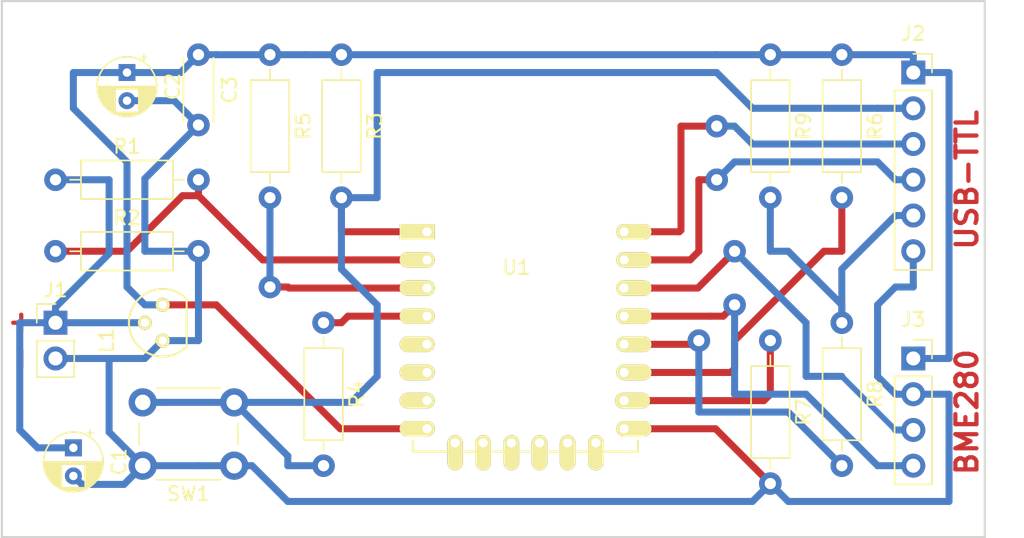
<source format=kicad_pcb>
(kicad_pcb (version 20171130) (host pcbnew 5.0.2-bee76a0~70~ubuntu16.04.1)

  (general
    (thickness 1.6)
    (drawings 9)
    (tracks 157)
    (zones 0)
    (modules 18)
    (nets 25)
  )

  (page A4)
  (layers
    (0 F.Cu signal)
    (31 B.Cu signal)
    (32 B.Adhes user)
    (33 F.Adhes user)
    (34 B.Paste user)
    (35 F.Paste user)
    (36 B.SilkS user)
    (37 F.SilkS user)
    (38 B.Mask user)
    (39 F.Mask user)
    (40 Dwgs.User user)
    (41 Cmts.User user)
    (42 Eco1.User user)
    (43 Eco2.User user)
    (44 Edge.Cuts user)
    (45 Margin user)
    (46 B.CrtYd user)
    (47 F.CrtYd user)
    (48 B.Fab user)
    (49 F.Fab user)
  )

  (setup
    (last_trace_width 0.5)
    (trace_clearance 0.5)
    (zone_clearance 0.508)
    (zone_45_only no)
    (trace_min 0.25)
    (segment_width 0.2)
    (edge_width 0.15)
    (via_size 1.6)
    (via_drill 0.8)
    (via_min_size 0.4)
    (via_min_drill 0.3)
    (uvia_size 0.3)
    (uvia_drill 0.1)
    (uvias_allowed no)
    (uvia_min_size 0.2)
    (uvia_min_drill 0.1)
    (pcb_text_width 0.3)
    (pcb_text_size 1.5 1.5)
    (mod_edge_width 0.15)
    (mod_text_size 1 1)
    (mod_text_width 0.15)
    (pad_size 1.524 1.524)
    (pad_drill 0.762)
    (pad_to_mask_clearance 0.051)
    (solder_mask_min_width 0.25)
    (aux_axis_origin 0 0)
    (visible_elements FFFFFF7F)
    (pcbplotparams
      (layerselection 0x010fc_ffffffff)
      (usegerberextensions false)
      (usegerberattributes false)
      (usegerberadvancedattributes false)
      (creategerberjobfile false)
      (excludeedgelayer true)
      (linewidth 0.100000)
      (plotframeref false)
      (viasonmask false)
      (mode 1)
      (useauxorigin false)
      (hpglpennumber 1)
      (hpglpenspeed 20)
      (hpglpendiameter 15.000000)
      (psnegative false)
      (psa4output false)
      (plotreference true)
      (plotvalue true)
      (plotinvisibletext false)
      (padsonsilk false)
      (subtractmaskfromsilk false)
      (outputformat 1)
      (mirror false)
      (drillshape 0)
      (scaleselection 1)
      (outputdirectory ""))
  )

  (net 0 "")
  (net 1 "Net-(C1-Pad2)")
  (net 2 "Net-(C1-Pad1)")
  (net 3 "Net-(C2-Pad1)")
  (net 4 "Net-(J2-Pad2)")
  (net 5 "Net-(J2-Pad3)")
  (net 6 "Net-(J2-Pad4)")
  (net 7 "Net-(J2-Pad5)")
  (net 8 SCL)
  (net 9 SDA)
  (net 10 "Net-(R1-Pad2)")
  (net 11 "Net-(R4-Pad1)")
  (net 12 "Net-(R5-Pad2)")
  (net 13 "Net-(R6-Pad2)")
  (net 14 "Net-(R7-Pad1)")
  (net 15 "Net-(R8-Pad2)")
  (net 16 "Net-(U1-Pad5)")
  (net 17 "Net-(U1-Pad6)")
  (net 18 "Net-(U1-Pad7)")
  (net 19 "Net-(U1-Pad17)")
  (net 20 "Net-(U1-Pad18)")
  (net 21 "Net-(U1-Pad19)")
  (net 22 "Net-(U1-Pad20)")
  (net 23 "Net-(U1-Pad21)")
  (net 24 "Net-(U1-Pad22)")

  (net_class Default "Это класс цепей по умолчанию."
    (clearance 0.5)
    (trace_width 0.5)
    (via_dia 1.6)
    (via_drill 0.8)
    (uvia_dia 0.3)
    (uvia_drill 0.1)
    (diff_pair_gap 0.25)
    (diff_pair_width 0.25)
    (add_net "Net-(C1-Pad1)")
    (add_net "Net-(C1-Pad2)")
    (add_net "Net-(C2-Pad1)")
    (add_net "Net-(J2-Pad2)")
    (add_net "Net-(J2-Pad3)")
    (add_net "Net-(J2-Pad4)")
    (add_net "Net-(J2-Pad5)")
    (add_net "Net-(R1-Pad2)")
    (add_net "Net-(R4-Pad1)")
    (add_net "Net-(R5-Pad2)")
    (add_net "Net-(R6-Pad2)")
    (add_net "Net-(R7-Pad1)")
    (add_net "Net-(R8-Pad2)")
    (add_net "Net-(U1-Pad17)")
    (add_net "Net-(U1-Pad18)")
    (add_net "Net-(U1-Pad19)")
    (add_net "Net-(U1-Pad20)")
    (add_net "Net-(U1-Pad21)")
    (add_net "Net-(U1-Pad22)")
    (add_net "Net-(U1-Pad5)")
    (add_net "Net-(U1-Pad6)")
    (add_net "Net-(U1-Pad7)")
    (add_net SCL)
    (add_net SDA)
  )

  (module ht7333-a:ht7333-a (layer F.Cu) (tedit 586568D1) (tstamp 5C615565)
    (at 106.68 90.17 90)
    (descr "TO-92 leads molded, narrow, drill 0.6mm (see NXP sot054_po.pdf)")
    (tags "to-92 sc-43 sc-43a sot54 PA33 transistor")
    (path /5C5DCC89)
    (fp_text reference L1 (at 0 -4 90) (layer F.SilkS)
      (effects (font (size 1 1) (thickness 0.15)))
    )
    (fp_text value HT7333-A (at 0 3 90) (layer F.Fab)
      (effects (font (size 1 1) (thickness 0.15)))
    )
    (fp_line (start 3.9 1.95) (end 3.9 -2.65) (layer F.CrtYd) (width 0.05))
    (fp_line (start -1.4 -2.65) (end 3.9 -2.65) (layer F.CrtYd) (width 0.05))
    (fp_arc (start 1.27 0) (end 1.27 -2.4) (angle 135) (layer F.SilkS) (width 0.15))
    (fp_arc (start 1.27 0) (end 1.27 -2.4) (angle -135) (layer F.SilkS) (width 0.15))
    (fp_line (start -0.43 1.7) (end 2.97 1.7) (layer F.SilkS) (width 0.15))
    (fp_line (start -1.4 1.95) (end 3.9 1.95) (layer F.CrtYd) (width 0.05))
    (fp_line (start -1.4 1.95) (end -1.4 -2.65) (layer F.CrtYd) (width 0.05))
    (pad 1 thru_hole circle (at 0 0 180) (size 1.00076 1.00076) (drill 0.6) (layers *.Cu *.Mask F.SilkS)
      (net 1 "Net-(C1-Pad2)"))
    (pad 3 thru_hole circle (at 2.54 0 180) (size 1.00076 1.00076) (drill 0.6) (layers *.Cu *.Mask F.SilkS)
      (net 3 "Net-(C2-Pad1)"))
    (pad 2 thru_hole circle (at 1.27 -1.27 180) (size 1.00076 1.00076) (drill 0.6) (layers *.Cu *.Mask F.SilkS)
      (net 2 "Net-(C1-Pad1)"))
    (model TO_SOT_Packages_THT.3dshapes/TO-92_Molded_Narrow.wrl
      (offset (xyz 1.269999980926514 0 0))
      (scale (xyz 1 1 1))
      (rotate (xyz 0 0 -90))
    )
  )

  (module Resistor_THT:R_Axial_DIN0207_L6.3mm_D2.5mm_P10.16mm_Horizontal (layer F.Cu) (tedit 5AE5139B) (tstamp 5C80E8B3)
    (at 99.06 83.82)
    (descr "Resistor, Axial_DIN0207 series, Axial, Horizontal, pin pitch=10.16mm, 0.25W = 1/4W, length*diameter=6.3*2.5mm^2, http://cdn-reichelt.de/documents/datenblatt/B400/1_4W%23YAG.pdf")
    (tags "Resistor Axial_DIN0207 series Axial Horizontal pin pitch 10.16mm 0.25W = 1/4W length 6.3mm diameter 2.5mm")
    (path /5C5CB4DD)
    (fp_text reference R2 (at 5.08 -2.37) (layer F.SilkS)
      (effects (font (size 1 1) (thickness 0.15)))
    )
    (fp_text value 800k (at 5.08 2.37) (layer F.Fab)
      (effects (font (size 1 1) (thickness 0.15)))
    )
    (fp_text user %R (at 5.08 0) (layer F.Fab)
      (effects (font (size 1 1) (thickness 0.15)))
    )
    (fp_line (start 11.21 -1.5) (end -1.05 -1.5) (layer F.CrtYd) (width 0.05))
    (fp_line (start 11.21 1.5) (end 11.21 -1.5) (layer F.CrtYd) (width 0.05))
    (fp_line (start -1.05 1.5) (end 11.21 1.5) (layer F.CrtYd) (width 0.05))
    (fp_line (start -1.05 -1.5) (end -1.05 1.5) (layer F.CrtYd) (width 0.05))
    (fp_line (start 9.12 0) (end 8.35 0) (layer F.SilkS) (width 0.12))
    (fp_line (start 1.04 0) (end 1.81 0) (layer F.SilkS) (width 0.12))
    (fp_line (start 8.35 -1.37) (end 1.81 -1.37) (layer F.SilkS) (width 0.12))
    (fp_line (start 8.35 1.37) (end 8.35 -1.37) (layer F.SilkS) (width 0.12))
    (fp_line (start 1.81 1.37) (end 8.35 1.37) (layer F.SilkS) (width 0.12))
    (fp_line (start 1.81 -1.37) (end 1.81 1.37) (layer F.SilkS) (width 0.12))
    (fp_line (start 10.16 0) (end 8.23 0) (layer F.Fab) (width 0.1))
    (fp_line (start 0 0) (end 1.93 0) (layer F.Fab) (width 0.1))
    (fp_line (start 8.23 -1.25) (end 1.93 -1.25) (layer F.Fab) (width 0.1))
    (fp_line (start 8.23 1.25) (end 8.23 -1.25) (layer F.Fab) (width 0.1))
    (fp_line (start 1.93 1.25) (end 8.23 1.25) (layer F.Fab) (width 0.1))
    (fp_line (start 1.93 -1.25) (end 1.93 1.25) (layer F.Fab) (width 0.1))
    (pad 2 thru_hole oval (at 10.16 0) (size 1.6 1.6) (drill 0.8) (layers *.Cu *.Mask)
      (net 1 "Net-(C1-Pad2)"))
    (pad 1 thru_hole circle (at 0 0) (size 1.6 1.6) (drill 0.8) (layers *.Cu *.Mask)
      (net 10 "Net-(R1-Pad2)"))
    (model ${KISYS3DMOD}/Resistor_THT.3dshapes/R_Axial_DIN0207_L6.3mm_D2.5mm_P10.16mm_Horizontal.wrl
      (at (xyz 0 0 0))
      (scale (xyz 1 1 1))
      (rotate (xyz 0 0 0))
    )
  )

  (module Resistor_THT:R_Axial_DIN0207_L6.3mm_D2.5mm_P10.16mm_Horizontal (layer F.Cu) (tedit 5AE5139B) (tstamp 5C80E937)
    (at 154.94 88.9 270)
    (descr "Resistor, Axial_DIN0207 series, Axial, Horizontal, pin pitch=10.16mm, 0.25W = 1/4W, length*diameter=6.3*2.5mm^2, http://cdn-reichelt.de/documents/datenblatt/B400/1_4W%23YAG.pdf")
    (tags "Resistor Axial_DIN0207 series Axial Horizontal pin pitch 10.16mm 0.25W = 1/4W length 6.3mm diameter 2.5mm")
    (path /5C5D2E9B)
    (fp_text reference R8 (at 5.08 -2.37 270) (layer F.SilkS)
      (effects (font (size 1 1) (thickness 0.15)))
    )
    (fp_text value 470 (at 5.08 2.37 270) (layer F.Fab)
      (effects (font (size 1 1) (thickness 0.15)))
    )
    (fp_text user %R (at 5.08 0 270) (layer F.Fab)
      (effects (font (size 1 1) (thickness 0.15)))
    )
    (fp_line (start 11.21 -1.5) (end -1.05 -1.5) (layer F.CrtYd) (width 0.05))
    (fp_line (start 11.21 1.5) (end 11.21 -1.5) (layer F.CrtYd) (width 0.05))
    (fp_line (start -1.05 1.5) (end 11.21 1.5) (layer F.CrtYd) (width 0.05))
    (fp_line (start -1.05 -1.5) (end -1.05 1.5) (layer F.CrtYd) (width 0.05))
    (fp_line (start 9.12 0) (end 8.35 0) (layer F.SilkS) (width 0.12))
    (fp_line (start 1.04 0) (end 1.81 0) (layer F.SilkS) (width 0.12))
    (fp_line (start 8.35 -1.37) (end 1.81 -1.37) (layer F.SilkS) (width 0.12))
    (fp_line (start 8.35 1.37) (end 8.35 -1.37) (layer F.SilkS) (width 0.12))
    (fp_line (start 1.81 1.37) (end 8.35 1.37) (layer F.SilkS) (width 0.12))
    (fp_line (start 1.81 -1.37) (end 1.81 1.37) (layer F.SilkS) (width 0.12))
    (fp_line (start 10.16 0) (end 8.23 0) (layer F.Fab) (width 0.1))
    (fp_line (start 0 0) (end 1.93 0) (layer F.Fab) (width 0.1))
    (fp_line (start 8.23 -1.25) (end 1.93 -1.25) (layer F.Fab) (width 0.1))
    (fp_line (start 8.23 1.25) (end 8.23 -1.25) (layer F.Fab) (width 0.1))
    (fp_line (start 1.93 1.25) (end 8.23 1.25) (layer F.Fab) (width 0.1))
    (fp_line (start 1.93 -1.25) (end 1.93 1.25) (layer F.Fab) (width 0.1))
    (pad 2 thru_hole oval (at 10.16 0 270) (size 1.6 1.6) (drill 0.8) (layers *.Cu *.Mask)
      (net 15 "Net-(R8-Pad2)"))
    (pad 1 thru_hole circle (at 0 0 270) (size 1.6 1.6) (drill 0.8) (layers *.Cu *.Mask)
      (net 7 "Net-(J2-Pad5)"))
    (model ${KISYS3DMOD}/Resistor_THT.3dshapes/R_Axial_DIN0207_L6.3mm_D2.5mm_P10.16mm_Horizontal.wrl
      (at (xyz 0 0 0))
      (scale (xyz 1 1 1))
      (rotate (xyz 0 0 0))
    )
  )

  (module Capacitor_THT:C_Disc_D4.3mm_W1.9mm_P5.00mm (layer F.Cu) (tedit 5AE50EF0) (tstamp 5C80D002)
    (at 109.22 69.85 270)
    (descr "C, Disc series, Radial, pin pitch=5.00mm, , diameter*width=4.3*1.9mm^2, Capacitor, http://www.vishay.com/docs/45233/krseries.pdf")
    (tags "C Disc series Radial pin pitch 5.00mm  diameter 4.3mm width 1.9mm Capacitor")
    (path /5C5B0FDA)
    (fp_text reference C3 (at 2.5 -2.2 270) (layer F.SilkS)
      (effects (font (size 1 1) (thickness 0.15)))
    )
    (fp_text value 0.1mF (at 2.5 2.2 270) (layer F.Fab)
      (effects (font (size 1 1) (thickness 0.15)))
    )
    (fp_text user %R (at 2.5 0 270) (layer F.Fab)
      (effects (font (size 0.86 0.86) (thickness 0.129)))
    )
    (fp_line (start 6.05 -1.2) (end -1.05 -1.2) (layer F.CrtYd) (width 0.05))
    (fp_line (start 6.05 1.2) (end 6.05 -1.2) (layer F.CrtYd) (width 0.05))
    (fp_line (start -1.05 1.2) (end 6.05 1.2) (layer F.CrtYd) (width 0.05))
    (fp_line (start -1.05 -1.2) (end -1.05 1.2) (layer F.CrtYd) (width 0.05))
    (fp_line (start 4.77 1.055) (end 4.77 1.07) (layer F.SilkS) (width 0.12))
    (fp_line (start 4.77 -1.07) (end 4.77 -1.055) (layer F.SilkS) (width 0.12))
    (fp_line (start 0.23 1.055) (end 0.23 1.07) (layer F.SilkS) (width 0.12))
    (fp_line (start 0.23 -1.07) (end 0.23 -1.055) (layer F.SilkS) (width 0.12))
    (fp_line (start 0.23 1.07) (end 4.77 1.07) (layer F.SilkS) (width 0.12))
    (fp_line (start 0.23 -1.07) (end 4.77 -1.07) (layer F.SilkS) (width 0.12))
    (fp_line (start 4.65 -0.95) (end 0.35 -0.95) (layer F.Fab) (width 0.1))
    (fp_line (start 4.65 0.95) (end 4.65 -0.95) (layer F.Fab) (width 0.1))
    (fp_line (start 0.35 0.95) (end 4.65 0.95) (layer F.Fab) (width 0.1))
    (fp_line (start 0.35 -0.95) (end 0.35 0.95) (layer F.Fab) (width 0.1))
    (pad 2 thru_hole circle (at 5 0 270) (size 1.6 1.6) (drill 0.8) (layers *.Cu *.Mask)
      (net 1 "Net-(C1-Pad2)"))
    (pad 1 thru_hole circle (at 0 0 270) (size 1.6 1.6) (drill 0.8) (layers *.Cu *.Mask)
      (net 3 "Net-(C2-Pad1)"))
    (model ${KISYS3DMOD}/Capacitor_THT.3dshapes/C_Disc_D4.3mm_W1.9mm_P5.00mm.wrl
      (at (xyz 0 0 0))
      (scale (xyz 1 1 1))
      (rotate (xyz 0 0 0))
    )
  )

  (module Connector_PinHeader_2.54mm:PinHeader_1x02_P2.54mm_Vertical (layer F.Cu) (tedit 59FED5CC) (tstamp 5C80D018)
    (at 99.06 88.9)
    (descr "Through hole straight pin header, 1x02, 2.54mm pitch, single row")
    (tags "Through hole pin header THT 1x02 2.54mm single row")
    (path /5C5E995A)
    (fp_text reference J1 (at 0 -2.33) (layer F.SilkS)
      (effects (font (size 1 1) (thickness 0.15)))
    )
    (fp_text value Battery (at 0 4.87) (layer F.Fab)
      (effects (font (size 1 1) (thickness 0.15)))
    )
    (fp_text user %R (at 0 1.27 90) (layer F.Fab)
      (effects (font (size 1 1) (thickness 0.15)))
    )
    (fp_line (start 1.8 -1.8) (end -1.8 -1.8) (layer F.CrtYd) (width 0.05))
    (fp_line (start 1.8 4.35) (end 1.8 -1.8) (layer F.CrtYd) (width 0.05))
    (fp_line (start -1.8 4.35) (end 1.8 4.35) (layer F.CrtYd) (width 0.05))
    (fp_line (start -1.8 -1.8) (end -1.8 4.35) (layer F.CrtYd) (width 0.05))
    (fp_line (start -1.33 -1.33) (end 0 -1.33) (layer F.SilkS) (width 0.12))
    (fp_line (start -1.33 0) (end -1.33 -1.33) (layer F.SilkS) (width 0.12))
    (fp_line (start -1.33 1.27) (end 1.33 1.27) (layer F.SilkS) (width 0.12))
    (fp_line (start 1.33 1.27) (end 1.33 3.87) (layer F.SilkS) (width 0.12))
    (fp_line (start -1.33 1.27) (end -1.33 3.87) (layer F.SilkS) (width 0.12))
    (fp_line (start -1.33 3.87) (end 1.33 3.87) (layer F.SilkS) (width 0.12))
    (fp_line (start -1.27 -0.635) (end -0.635 -1.27) (layer F.Fab) (width 0.1))
    (fp_line (start -1.27 3.81) (end -1.27 -0.635) (layer F.Fab) (width 0.1))
    (fp_line (start 1.27 3.81) (end -1.27 3.81) (layer F.Fab) (width 0.1))
    (fp_line (start 1.27 -1.27) (end 1.27 3.81) (layer F.Fab) (width 0.1))
    (fp_line (start -0.635 -1.27) (end 1.27 -1.27) (layer F.Fab) (width 0.1))
    (pad 2 thru_hole oval (at 0 2.54) (size 1.7 1.7) (drill 1) (layers *.Cu *.Mask)
      (net 1 "Net-(C1-Pad2)"))
    (pad 1 thru_hole rect (at 0 0) (size 1.7 1.7) (drill 1) (layers *.Cu *.Mask)
      (net 2 "Net-(C1-Pad1)"))
    (model ${KISYS3DMOD}/Connector_PinHeader_2.54mm.3dshapes/PinHeader_1x02_P2.54mm_Vertical.wrl
      (at (xyz 0 0 0))
      (scale (xyz 1 1 1))
      (rotate (xyz 0 0 0))
    )
  )

  (module Connector_PinSocket_2.54mm:PinSocket_1x06_P2.54mm_Vertical (layer F.Cu) (tedit 5A19A430) (tstamp 5C80D032)
    (at 160.02 71.12)
    (descr "Through hole straight socket strip, 1x06, 2.54mm pitch, single row (from Kicad 4.0.7), script generated")
    (tags "Through hole socket strip THT 1x06 2.54mm single row")
    (path /5C5CFE61)
    (fp_text reference J2 (at 0 -2.77) (layer F.SilkS)
      (effects (font (size 1 1) (thickness 0.15)))
    )
    (fp_text value USB-TTL (at 0 15.47) (layer F.Fab)
      (effects (font (size 1 1) (thickness 0.15)))
    )
    (fp_text user %R (at 0 6.35 90) (layer F.Fab)
      (effects (font (size 1 1) (thickness 0.15)))
    )
    (fp_line (start -1.8 14.45) (end -1.8 -1.8) (layer F.CrtYd) (width 0.05))
    (fp_line (start 1.75 14.45) (end -1.8 14.45) (layer F.CrtYd) (width 0.05))
    (fp_line (start 1.75 -1.8) (end 1.75 14.45) (layer F.CrtYd) (width 0.05))
    (fp_line (start -1.8 -1.8) (end 1.75 -1.8) (layer F.CrtYd) (width 0.05))
    (fp_line (start 0 -1.33) (end 1.33 -1.33) (layer F.SilkS) (width 0.12))
    (fp_line (start 1.33 -1.33) (end 1.33 0) (layer F.SilkS) (width 0.12))
    (fp_line (start 1.33 1.27) (end 1.33 14.03) (layer F.SilkS) (width 0.12))
    (fp_line (start -1.33 14.03) (end 1.33 14.03) (layer F.SilkS) (width 0.12))
    (fp_line (start -1.33 1.27) (end -1.33 14.03) (layer F.SilkS) (width 0.12))
    (fp_line (start -1.33 1.27) (end 1.33 1.27) (layer F.SilkS) (width 0.12))
    (fp_line (start -1.27 13.97) (end -1.27 -1.27) (layer F.Fab) (width 0.1))
    (fp_line (start 1.27 13.97) (end -1.27 13.97) (layer F.Fab) (width 0.1))
    (fp_line (start 1.27 -0.635) (end 1.27 13.97) (layer F.Fab) (width 0.1))
    (fp_line (start 0.635 -1.27) (end 1.27 -0.635) (layer F.Fab) (width 0.1))
    (fp_line (start -1.27 -1.27) (end 0.635 -1.27) (layer F.Fab) (width 0.1))
    (pad 6 thru_hole oval (at 0 12.7) (size 1.7 1.7) (drill 1) (layers *.Cu *.Mask)
      (net 1 "Net-(C1-Pad2)"))
    (pad 5 thru_hole oval (at 0 10.16) (size 1.7 1.7) (drill 1) (layers *.Cu *.Mask)
      (net 7 "Net-(J2-Pad5)"))
    (pad 4 thru_hole oval (at 0 7.62) (size 1.7 1.7) (drill 1) (layers *.Cu *.Mask)
      (net 6 "Net-(J2-Pad4)"))
    (pad 3 thru_hole oval (at 0 5.08) (size 1.7 1.7) (drill 1) (layers *.Cu *.Mask)
      (net 5 "Net-(J2-Pad3)"))
    (pad 2 thru_hole oval (at 0 2.54) (size 1.7 1.7) (drill 1) (layers *.Cu *.Mask)
      (net 4 "Net-(J2-Pad2)"))
    (pad 1 thru_hole rect (at 0 0) (size 1.7 1.7) (drill 1) (layers *.Cu *.Mask)
      (net 3 "Net-(C2-Pad1)"))
    (model ${KISYS3DMOD}/Connector_PinSocket_2.54mm.3dshapes/PinSocket_1x06_P2.54mm_Vertical.wrl
      (at (xyz 0 0 0))
      (scale (xyz 1 1 1))
      (rotate (xyz 0 0 0))
    )
  )

  (module Connector_PinSocket_2.54mm:PinSocket_1x04_P2.54mm_Vertical (layer F.Cu) (tedit 5A19A429) (tstamp 5C80D04A)
    (at 160.02 91.44)
    (descr "Through hole straight socket strip, 1x04, 2.54mm pitch, single row (from Kicad 4.0.7), script generated")
    (tags "Through hole socket strip THT 1x04 2.54mm single row")
    (path /5C5C841E)
    (fp_text reference J3 (at 0 -2.77) (layer F.SilkS)
      (effects (font (size 1 1) (thickness 0.15)))
    )
    (fp_text value BME280_CONNECTOR (at 0 10.39) (layer F.Fab)
      (effects (font (size 1 1) (thickness 0.15)))
    )
    (fp_text user %R (at 0 3.81 90) (layer F.Fab)
      (effects (font (size 1 1) (thickness 0.15)))
    )
    (fp_line (start -1.8 9.4) (end -1.8 -1.8) (layer F.CrtYd) (width 0.05))
    (fp_line (start 1.75 9.4) (end -1.8 9.4) (layer F.CrtYd) (width 0.05))
    (fp_line (start 1.75 -1.8) (end 1.75 9.4) (layer F.CrtYd) (width 0.05))
    (fp_line (start -1.8 -1.8) (end 1.75 -1.8) (layer F.CrtYd) (width 0.05))
    (fp_line (start 0 -1.33) (end 1.33 -1.33) (layer F.SilkS) (width 0.12))
    (fp_line (start 1.33 -1.33) (end 1.33 0) (layer F.SilkS) (width 0.12))
    (fp_line (start 1.33 1.27) (end 1.33 8.95) (layer F.SilkS) (width 0.12))
    (fp_line (start -1.33 8.95) (end 1.33 8.95) (layer F.SilkS) (width 0.12))
    (fp_line (start -1.33 1.27) (end -1.33 8.95) (layer F.SilkS) (width 0.12))
    (fp_line (start -1.33 1.27) (end 1.33 1.27) (layer F.SilkS) (width 0.12))
    (fp_line (start -1.27 8.89) (end -1.27 -1.27) (layer F.Fab) (width 0.1))
    (fp_line (start 1.27 8.89) (end -1.27 8.89) (layer F.Fab) (width 0.1))
    (fp_line (start 1.27 -0.635) (end 1.27 8.89) (layer F.Fab) (width 0.1))
    (fp_line (start 0.635 -1.27) (end 1.27 -0.635) (layer F.Fab) (width 0.1))
    (fp_line (start -1.27 -1.27) (end 0.635 -1.27) (layer F.Fab) (width 0.1))
    (pad 4 thru_hole oval (at 0 7.62) (size 1.7 1.7) (drill 1) (layers *.Cu *.Mask)
      (net 9 SDA))
    (pad 3 thru_hole oval (at 0 5.08) (size 1.7 1.7) (drill 1) (layers *.Cu *.Mask)
      (net 8 SCL))
    (pad 2 thru_hole oval (at 0 2.54) (size 1.7 1.7) (drill 1) (layers *.Cu *.Mask)
      (net 1 "Net-(C1-Pad2)"))
    (pad 1 thru_hole rect (at 0 0) (size 1.7 1.7) (drill 1) (layers *.Cu *.Mask)
      (net 3 "Net-(C2-Pad1)"))
    (model ${KISYS3DMOD}/Connector_PinSocket_2.54mm.3dshapes/PinSocket_1x04_P2.54mm_Vertical.wrl
      (at (xyz 0 0 0))
      (scale (xyz 1 1 1))
      (rotate (xyz 0 0 0))
    )
  )

  (module Button_Switch_THT:SW_PUSH_6mm (layer F.Cu) (tedit 5A02FE31) (tstamp 5C80D114)
    (at 111.76 99.06 180)
    (descr https://www.omron.com/ecb/products/pdf/en-b3f.pdf)
    (tags "tact sw push 6mm")
    (path /5C5B10CB)
    (fp_text reference SW1 (at 3.25 -2 180) (layer F.SilkS)
      (effects (font (size 1 1) (thickness 0.15)))
    )
    (fp_text value RESET (at 3.75 6.7 180) (layer F.Fab)
      (effects (font (size 1 1) (thickness 0.15)))
    )
    (fp_circle (center 3.25 2.25) (end 1.25 2.5) (layer F.Fab) (width 0.1))
    (fp_line (start 6.75 3) (end 6.75 1.5) (layer F.SilkS) (width 0.12))
    (fp_line (start 5.5 -1) (end 1 -1) (layer F.SilkS) (width 0.12))
    (fp_line (start -0.25 1.5) (end -0.25 3) (layer F.SilkS) (width 0.12))
    (fp_line (start 1 5.5) (end 5.5 5.5) (layer F.SilkS) (width 0.12))
    (fp_line (start 8 -1.25) (end 8 5.75) (layer F.CrtYd) (width 0.05))
    (fp_line (start 7.75 6) (end -1.25 6) (layer F.CrtYd) (width 0.05))
    (fp_line (start -1.5 5.75) (end -1.5 -1.25) (layer F.CrtYd) (width 0.05))
    (fp_line (start -1.25 -1.5) (end 7.75 -1.5) (layer F.CrtYd) (width 0.05))
    (fp_line (start -1.5 6) (end -1.25 6) (layer F.CrtYd) (width 0.05))
    (fp_line (start -1.5 5.75) (end -1.5 6) (layer F.CrtYd) (width 0.05))
    (fp_line (start -1.5 -1.5) (end -1.25 -1.5) (layer F.CrtYd) (width 0.05))
    (fp_line (start -1.5 -1.25) (end -1.5 -1.5) (layer F.CrtYd) (width 0.05))
    (fp_line (start 8 -1.5) (end 8 -1.25) (layer F.CrtYd) (width 0.05))
    (fp_line (start 7.75 -1.5) (end 8 -1.5) (layer F.CrtYd) (width 0.05))
    (fp_line (start 8 6) (end 8 5.75) (layer F.CrtYd) (width 0.05))
    (fp_line (start 7.75 6) (end 8 6) (layer F.CrtYd) (width 0.05))
    (fp_line (start 0.25 -0.75) (end 3.25 -0.75) (layer F.Fab) (width 0.1))
    (fp_line (start 0.25 5.25) (end 0.25 -0.75) (layer F.Fab) (width 0.1))
    (fp_line (start 6.25 5.25) (end 0.25 5.25) (layer F.Fab) (width 0.1))
    (fp_line (start 6.25 -0.75) (end 6.25 5.25) (layer F.Fab) (width 0.1))
    (fp_line (start 3.25 -0.75) (end 6.25 -0.75) (layer F.Fab) (width 0.1))
    (fp_text user %R (at 3.25 2.25 180) (layer F.Fab)
      (effects (font (size 1 1) (thickness 0.15)))
    )
    (pad 1 thru_hole circle (at 6.5 0 270) (size 2 2) (drill 1.1) (layers *.Cu *.Mask)
      (net 1 "Net-(C1-Pad2)"))
    (pad 2 thru_hole circle (at 6.5 4.5 270) (size 2 2) (drill 1.1) (layers *.Cu *.Mask)
      (net 4 "Net-(J2-Pad2)"))
    (pad 1 thru_hole circle (at 0 0 270) (size 2 2) (drill 1.1) (layers *.Cu *.Mask)
      (net 1 "Net-(C1-Pad2)"))
    (pad 2 thru_hole circle (at 0 4.5 270) (size 2 2) (drill 1.1) (layers *.Cu *.Mask)
      (net 4 "Net-(J2-Pad2)"))
    (model ${KISYS3DMOD}/Button_Switch_THT.3dshapes/SW_PUSH_6mm.wrl
      (at (xyz 0 0 0))
      (scale (xyz 1 1 1))
      (rotate (xyz 0 0 0))
    )
  )

  (module ESP8266:ESP-12E (layer F.Cu) (tedit 58B47889) (tstamp 5C80D142)
    (at 125.465001 82.435001)
    (descr "Module, ESP-8266, ESP-12, 16 pad, SMD")
    (tags "Module ESP-8266 ESP8266")
    (path /5C5B0C83)
    (fp_text reference U1 (at 6.35 2.54) (layer F.SilkS)
      (effects (font (size 1 1) (thickness 0.15)))
    )
    (fp_text value ESP-12F (at 6.35 6.35) (layer F.Fab) hide
      (effects (font (size 1 1) (thickness 0.15)))
    )
    (fp_line (start -1.008 -8.4) (end 14.992 -8.4) (layer F.Fab) (width 0.05))
    (fp_line (start -1.008 15.6) (end -1.008 -8.4) (layer F.Fab) (width 0.05))
    (fp_line (start 14.992 15.6) (end -1.008 15.6) (layer F.Fab) (width 0.05))
    (fp_line (start 15 -8.4) (end 15 15.6) (layer F.Fab) (width 0.05))
    (fp_line (start -1.008 -2.6) (end 14.992 -2.6) (layer F.CrtYd) (width 0.1524))
    (fp_text user "No Copper" (at 6.892 -5.4) (layer F.CrtYd)
      (effects (font (size 1 1) (thickness 0.15)))
    )
    (fp_line (start -1.008 -8.4) (end 14.992 -2.6) (layer F.CrtYd) (width 0.1524))
    (fp_line (start 14.992 -8.4) (end -1.008 -2.6) (layer F.CrtYd) (width 0.1524))
    (fp_line (start 14.986 15.621) (end 14.986 14.859) (layer F.SilkS) (width 0.1524))
    (fp_line (start -1.016 15.621) (end 14.986 15.621) (layer F.SilkS) (width 0.1524))
    (fp_line (start -1.016 14.859) (end -1.016 15.621) (layer F.SilkS) (width 0.1524))
    (fp_line (start -1.016 -8.382) (end -1.016 -1.016) (layer F.CrtYd) (width 0.1524))
    (fp_line (start 14.986 -8.382) (end 14.986 -0.889) (layer F.CrtYd) (width 0.1524))
    (fp_line (start -1.016 -8.382) (end 14.986 -8.382) (layer F.CrtYd) (width 0.1524))
    (fp_line (start -2.25 16) (end -2.25 -0.5) (layer F.CrtYd) (width 0.05))
    (fp_line (start 16.25 16) (end -2.25 16) (layer F.CrtYd) (width 0.05))
    (fp_line (start 16.25 -8.75) (end 16.25 16) (layer F.CrtYd) (width 0.05))
    (fp_line (start 15.25 -8.75) (end 16.25 -8.75) (layer F.CrtYd) (width 0.05))
    (fp_line (start -2.25 -8.75) (end 15.25 -8.75) (layer F.CrtYd) (width 0.05))
    (fp_line (start -2.25 -0.5) (end -2.25 -8.75) (layer F.CrtYd) (width 0.05))
    (pad 22 thru_hole oval (at 11.99 15 90) (size 2.5 1.1) (drill 0.65 (offset -0.7 0)) (layers *.Cu *.Mask F.SilkS)
      (net 24 "Net-(U1-Pad22)"))
    (pad 21 thru_hole oval (at 9.99 15 90) (size 2.5 1.1) (drill 0.65 (offset -0.7 0)) (layers *.Cu *.Mask F.SilkS)
      (net 23 "Net-(U1-Pad21)"))
    (pad 20 thru_hole oval (at 7.99 15 90) (size 2.5 1.1) (drill 0.65 (offset -0.7 0)) (layers *.Cu *.Mask F.SilkS)
      (net 22 "Net-(U1-Pad20)"))
    (pad 19 thru_hole oval (at 5.99 15 90) (size 2.5 1.1) (drill 0.65 (offset -0.7 0)) (layers *.Cu *.Mask F.SilkS)
      (net 21 "Net-(U1-Pad19)"))
    (pad 18 thru_hole oval (at 3.99 15 90) (size 2.5 1.1) (drill 0.65 (offset -0.7 0)) (layers *.Cu *.Mask F.SilkS)
      (net 20 "Net-(U1-Pad18)"))
    (pad 17 thru_hole oval (at 1.99 15 90) (size 2.5 1.1) (drill 0.65 (offset -0.7 0)) (layers *.Cu *.Mask F.SilkS)
      (net 19 "Net-(U1-Pad17)"))
    (pad 16 thru_hole oval (at 14 0) (size 2.5 1.1) (drill 0.65 (offset 0.7 0)) (layers *.Cu *.Mask F.SilkS)
      (net 5 "Net-(J2-Pad3)"))
    (pad 15 thru_hole oval (at 14 2) (size 2.5 1.1) (drill 0.65 (offset 0.7 0)) (layers *.Cu *.Mask F.SilkS)
      (net 6 "Net-(J2-Pad4)"))
    (pad 14 thru_hole oval (at 14 4) (size 2.5 1.1) (drill 0.65 (offset 0.7 0)) (layers *.Cu *.Mask F.SilkS)
      (net 8 SCL))
    (pad 13 thru_hole oval (at 14 6) (size 2.5 1.1) (drill 0.65 (offset 0.7 0)) (layers *.Cu *.Mask F.SilkS)
      (net 9 SDA))
    (pad 12 thru_hole oval (at 14 8) (size 2.5 1.1) (drill 0.65 (offset 0.7 0)) (layers *.Cu *.Mask F.SilkS)
      (net 15 "Net-(R8-Pad2)"))
    (pad 11 thru_hole oval (at 14 10) (size 2.5 1.1) (drill 0.65 (offset 0.7 0)) (layers *.Cu *.Mask F.SilkS)
      (net 13 "Net-(R6-Pad2)"))
    (pad 10 thru_hole oval (at 14 12) (size 2.5 1.1) (drill 0.65 (offset 0.6 0)) (layers *.Cu *.Mask F.SilkS)
      (net 14 "Net-(R7-Pad1)"))
    (pad 9 thru_hole oval (at 14 14) (size 2.5 1.1) (drill 0.65 (offset 0.7 0)) (layers *.Cu *.Mask F.SilkS)
      (net 1 "Net-(C1-Pad2)"))
    (pad 8 thru_hole oval (at 0 14) (size 2.5 1.1) (drill 0.65 (offset -0.7 0)) (layers *.Cu *.Mask F.SilkS)
      (net 3 "Net-(C2-Pad1)"))
    (pad 7 thru_hole oval (at 0 12) (size 2.5 1.1) (drill 0.65 (offset -0.7 0)) (layers *.Cu *.Mask F.SilkS)
      (net 18 "Net-(U1-Pad7)"))
    (pad 6 thru_hole oval (at 0 10) (size 2.5 1.1) (drill 0.65 (offset -0.7 0)) (layers *.Cu *.Mask F.SilkS)
      (net 17 "Net-(U1-Pad6)"))
    (pad 5 thru_hole oval (at 0 8) (size 2.5 1.1) (drill 0.65 (offset -0.7 0)) (layers *.Cu *.Mask F.SilkS)
      (net 16 "Net-(U1-Pad5)"))
    (pad 4 thru_hole oval (at 0 6) (size 2.5 1.1) (drill 0.65 (offset -0.7 0)) (layers *.Cu *.Mask F.SilkS)
      (net 11 "Net-(R4-Pad1)"))
    (pad 3 thru_hole oval (at 0 4) (size 2.5 1.1) (drill 0.65 (offset -0.7 0)) (layers *.Cu *.Mask F.SilkS)
      (net 12 "Net-(R5-Pad2)"))
    (pad 2 thru_hole oval (at 0 2) (size 2.5 1.1) (drill 0.65 (offset -0.7 0)) (layers *.Cu *.Mask F.SilkS)
      (net 10 "Net-(R1-Pad2)"))
    (pad 1 thru_hole rect (at 0 0) (size 2.5 1.1) (drill 0.65 (offset -0.7 0)) (layers *.Cu *.Mask F.SilkS)
      (net 4 "Net-(J2-Pad2)"))
    (model ${ESPLIB}/ESP8266.3dshapes/ESP-12E.wrl
      (at (xyz 0 0 0))
      (scale (xyz 0.3937 0.3937 0.3937))
      (rotate (xyz 0 0 0))
    )
  )

  (module Capacitor_THT:CP_Radial_D4.0mm_P2.00mm (layer F.Cu) (tedit 5AE50EF0) (tstamp 5C80E7C7)
    (at 100.33 97.79 270)
    (descr "CP, Radial series, Radial, pin pitch=2.00mm, , diameter=4mm, Electrolytic Capacitor")
    (tags "CP Radial series Radial pin pitch 2.00mm  diameter 4mm Electrolytic Capacitor")
    (path /5C5E3F09)
    (fp_text reference C1 (at 1 -3.25 270) (layer F.SilkS)
      (effects (font (size 1 1) (thickness 0.15)))
    )
    (fp_text value 10mF (at 1 3.25 270) (layer F.Fab)
      (effects (font (size 1 1) (thickness 0.15)))
    )
    (fp_text user %R (at 1 0 270) (layer F.Fab)
      (effects (font (size 0.8 0.8) (thickness 0.12)))
    )
    (fp_line (start -1.069801 -1.395) (end -1.069801 -0.995) (layer F.SilkS) (width 0.12))
    (fp_line (start -1.269801 -1.195) (end -0.869801 -1.195) (layer F.SilkS) (width 0.12))
    (fp_line (start 3.081 -0.37) (end 3.081 0.37) (layer F.SilkS) (width 0.12))
    (fp_line (start 3.041 -0.537) (end 3.041 0.537) (layer F.SilkS) (width 0.12))
    (fp_line (start 3.001 -0.664) (end 3.001 0.664) (layer F.SilkS) (width 0.12))
    (fp_line (start 2.961 -0.768) (end 2.961 0.768) (layer F.SilkS) (width 0.12))
    (fp_line (start 2.921 -0.859) (end 2.921 0.859) (layer F.SilkS) (width 0.12))
    (fp_line (start 2.881 -0.94) (end 2.881 0.94) (layer F.SilkS) (width 0.12))
    (fp_line (start 2.841 -1.013) (end 2.841 1.013) (layer F.SilkS) (width 0.12))
    (fp_line (start 2.801 0.84) (end 2.801 1.08) (layer F.SilkS) (width 0.12))
    (fp_line (start 2.801 -1.08) (end 2.801 -0.84) (layer F.SilkS) (width 0.12))
    (fp_line (start 2.761 0.84) (end 2.761 1.142) (layer F.SilkS) (width 0.12))
    (fp_line (start 2.761 -1.142) (end 2.761 -0.84) (layer F.SilkS) (width 0.12))
    (fp_line (start 2.721 0.84) (end 2.721 1.2) (layer F.SilkS) (width 0.12))
    (fp_line (start 2.721 -1.2) (end 2.721 -0.84) (layer F.SilkS) (width 0.12))
    (fp_line (start 2.681 0.84) (end 2.681 1.254) (layer F.SilkS) (width 0.12))
    (fp_line (start 2.681 -1.254) (end 2.681 -0.84) (layer F.SilkS) (width 0.12))
    (fp_line (start 2.641 0.84) (end 2.641 1.304) (layer F.SilkS) (width 0.12))
    (fp_line (start 2.641 -1.304) (end 2.641 -0.84) (layer F.SilkS) (width 0.12))
    (fp_line (start 2.601 0.84) (end 2.601 1.351) (layer F.SilkS) (width 0.12))
    (fp_line (start 2.601 -1.351) (end 2.601 -0.84) (layer F.SilkS) (width 0.12))
    (fp_line (start 2.561 0.84) (end 2.561 1.396) (layer F.SilkS) (width 0.12))
    (fp_line (start 2.561 -1.396) (end 2.561 -0.84) (layer F.SilkS) (width 0.12))
    (fp_line (start 2.521 0.84) (end 2.521 1.438) (layer F.SilkS) (width 0.12))
    (fp_line (start 2.521 -1.438) (end 2.521 -0.84) (layer F.SilkS) (width 0.12))
    (fp_line (start 2.481 0.84) (end 2.481 1.478) (layer F.SilkS) (width 0.12))
    (fp_line (start 2.481 -1.478) (end 2.481 -0.84) (layer F.SilkS) (width 0.12))
    (fp_line (start 2.441 0.84) (end 2.441 1.516) (layer F.SilkS) (width 0.12))
    (fp_line (start 2.441 -1.516) (end 2.441 -0.84) (layer F.SilkS) (width 0.12))
    (fp_line (start 2.401 0.84) (end 2.401 1.552) (layer F.SilkS) (width 0.12))
    (fp_line (start 2.401 -1.552) (end 2.401 -0.84) (layer F.SilkS) (width 0.12))
    (fp_line (start 2.361 0.84) (end 2.361 1.587) (layer F.SilkS) (width 0.12))
    (fp_line (start 2.361 -1.587) (end 2.361 -0.84) (layer F.SilkS) (width 0.12))
    (fp_line (start 2.321 0.84) (end 2.321 1.619) (layer F.SilkS) (width 0.12))
    (fp_line (start 2.321 -1.619) (end 2.321 -0.84) (layer F.SilkS) (width 0.12))
    (fp_line (start 2.281 0.84) (end 2.281 1.65) (layer F.SilkS) (width 0.12))
    (fp_line (start 2.281 -1.65) (end 2.281 -0.84) (layer F.SilkS) (width 0.12))
    (fp_line (start 2.241 0.84) (end 2.241 1.68) (layer F.SilkS) (width 0.12))
    (fp_line (start 2.241 -1.68) (end 2.241 -0.84) (layer F.SilkS) (width 0.12))
    (fp_line (start 2.201 0.84) (end 2.201 1.708) (layer F.SilkS) (width 0.12))
    (fp_line (start 2.201 -1.708) (end 2.201 -0.84) (layer F.SilkS) (width 0.12))
    (fp_line (start 2.161 0.84) (end 2.161 1.735) (layer F.SilkS) (width 0.12))
    (fp_line (start 2.161 -1.735) (end 2.161 -0.84) (layer F.SilkS) (width 0.12))
    (fp_line (start 2.121 0.84) (end 2.121 1.76) (layer F.SilkS) (width 0.12))
    (fp_line (start 2.121 -1.76) (end 2.121 -0.84) (layer F.SilkS) (width 0.12))
    (fp_line (start 2.081 0.84) (end 2.081 1.785) (layer F.SilkS) (width 0.12))
    (fp_line (start 2.081 -1.785) (end 2.081 -0.84) (layer F.SilkS) (width 0.12))
    (fp_line (start 2.041 0.84) (end 2.041 1.808) (layer F.SilkS) (width 0.12))
    (fp_line (start 2.041 -1.808) (end 2.041 -0.84) (layer F.SilkS) (width 0.12))
    (fp_line (start 2.001 0.84) (end 2.001 1.83) (layer F.SilkS) (width 0.12))
    (fp_line (start 2.001 -1.83) (end 2.001 -0.84) (layer F.SilkS) (width 0.12))
    (fp_line (start 1.961 0.84) (end 1.961 1.851) (layer F.SilkS) (width 0.12))
    (fp_line (start 1.961 -1.851) (end 1.961 -0.84) (layer F.SilkS) (width 0.12))
    (fp_line (start 1.921 0.84) (end 1.921 1.87) (layer F.SilkS) (width 0.12))
    (fp_line (start 1.921 -1.87) (end 1.921 -0.84) (layer F.SilkS) (width 0.12))
    (fp_line (start 1.881 0.84) (end 1.881 1.889) (layer F.SilkS) (width 0.12))
    (fp_line (start 1.881 -1.889) (end 1.881 -0.84) (layer F.SilkS) (width 0.12))
    (fp_line (start 1.841 0.84) (end 1.841 1.907) (layer F.SilkS) (width 0.12))
    (fp_line (start 1.841 -1.907) (end 1.841 -0.84) (layer F.SilkS) (width 0.12))
    (fp_line (start 1.801 0.84) (end 1.801 1.924) (layer F.SilkS) (width 0.12))
    (fp_line (start 1.801 -1.924) (end 1.801 -0.84) (layer F.SilkS) (width 0.12))
    (fp_line (start 1.761 0.84) (end 1.761 1.94) (layer F.SilkS) (width 0.12))
    (fp_line (start 1.761 -1.94) (end 1.761 -0.84) (layer F.SilkS) (width 0.12))
    (fp_line (start 1.721 0.84) (end 1.721 1.954) (layer F.SilkS) (width 0.12))
    (fp_line (start 1.721 -1.954) (end 1.721 -0.84) (layer F.SilkS) (width 0.12))
    (fp_line (start 1.68 0.84) (end 1.68 1.968) (layer F.SilkS) (width 0.12))
    (fp_line (start 1.68 -1.968) (end 1.68 -0.84) (layer F.SilkS) (width 0.12))
    (fp_line (start 1.64 0.84) (end 1.64 1.982) (layer F.SilkS) (width 0.12))
    (fp_line (start 1.64 -1.982) (end 1.64 -0.84) (layer F.SilkS) (width 0.12))
    (fp_line (start 1.6 0.84) (end 1.6 1.994) (layer F.SilkS) (width 0.12))
    (fp_line (start 1.6 -1.994) (end 1.6 -0.84) (layer F.SilkS) (width 0.12))
    (fp_line (start 1.56 0.84) (end 1.56 2.005) (layer F.SilkS) (width 0.12))
    (fp_line (start 1.56 -2.005) (end 1.56 -0.84) (layer F.SilkS) (width 0.12))
    (fp_line (start 1.52 0.84) (end 1.52 2.016) (layer F.SilkS) (width 0.12))
    (fp_line (start 1.52 -2.016) (end 1.52 -0.84) (layer F.SilkS) (width 0.12))
    (fp_line (start 1.48 0.84) (end 1.48 2.025) (layer F.SilkS) (width 0.12))
    (fp_line (start 1.48 -2.025) (end 1.48 -0.84) (layer F.SilkS) (width 0.12))
    (fp_line (start 1.44 0.84) (end 1.44 2.034) (layer F.SilkS) (width 0.12))
    (fp_line (start 1.44 -2.034) (end 1.44 -0.84) (layer F.SilkS) (width 0.12))
    (fp_line (start 1.4 0.84) (end 1.4 2.042) (layer F.SilkS) (width 0.12))
    (fp_line (start 1.4 -2.042) (end 1.4 -0.84) (layer F.SilkS) (width 0.12))
    (fp_line (start 1.36 0.84) (end 1.36 2.05) (layer F.SilkS) (width 0.12))
    (fp_line (start 1.36 -2.05) (end 1.36 -0.84) (layer F.SilkS) (width 0.12))
    (fp_line (start 1.32 0.84) (end 1.32 2.056) (layer F.SilkS) (width 0.12))
    (fp_line (start 1.32 -2.056) (end 1.32 -0.84) (layer F.SilkS) (width 0.12))
    (fp_line (start 1.28 0.84) (end 1.28 2.062) (layer F.SilkS) (width 0.12))
    (fp_line (start 1.28 -2.062) (end 1.28 -0.84) (layer F.SilkS) (width 0.12))
    (fp_line (start 1.24 0.84) (end 1.24 2.067) (layer F.SilkS) (width 0.12))
    (fp_line (start 1.24 -2.067) (end 1.24 -0.84) (layer F.SilkS) (width 0.12))
    (fp_line (start 1.2 0.84) (end 1.2 2.071) (layer F.SilkS) (width 0.12))
    (fp_line (start 1.2 -2.071) (end 1.2 -0.84) (layer F.SilkS) (width 0.12))
    (fp_line (start 1.16 -2.074) (end 1.16 2.074) (layer F.SilkS) (width 0.12))
    (fp_line (start 1.12 -2.077) (end 1.12 2.077) (layer F.SilkS) (width 0.12))
    (fp_line (start 1.08 -2.079) (end 1.08 2.079) (layer F.SilkS) (width 0.12))
    (fp_line (start 1.04 -2.08) (end 1.04 2.08) (layer F.SilkS) (width 0.12))
    (fp_line (start 1 -2.08) (end 1 2.08) (layer F.SilkS) (width 0.12))
    (fp_line (start -0.502554 -1.0675) (end -0.502554 -0.6675) (layer F.Fab) (width 0.1))
    (fp_line (start -0.702554 -0.8675) (end -0.302554 -0.8675) (layer F.Fab) (width 0.1))
    (fp_circle (center 1 0) (end 3.25 0) (layer F.CrtYd) (width 0.05))
    (fp_circle (center 1 0) (end 3.12 0) (layer F.SilkS) (width 0.12))
    (fp_circle (center 1 0) (end 3 0) (layer F.Fab) (width 0.1))
    (pad 2 thru_hole circle (at 2 0 270) (size 1.2 1.2) (drill 0.6) (layers *.Cu *.Mask)
      (net 1 "Net-(C1-Pad2)"))
    (pad 1 thru_hole rect (at 0 0 270) (size 1.2 1.2) (drill 0.6) (layers *.Cu *.Mask)
      (net 2 "Net-(C1-Pad1)"))
    (model ${KISYS3DMOD}/Capacitor_THT.3dshapes/CP_Radial_D4.0mm_P2.00mm.wrl
      (at (xyz 0 0 0))
      (scale (xyz 1 1 1))
      (rotate (xyz 0 0 0))
    )
  )

  (module Capacitor_THT:CP_Radial_D4.0mm_P2.00mm (layer F.Cu) (tedit 5AE50EF0) (tstamp 5C80E832)
    (at 104.14 71.12 270)
    (descr "CP, Radial series, Radial, pin pitch=2.00mm, , diameter=4mm, Electrolytic Capacitor")
    (tags "CP Radial series Radial pin pitch 2.00mm  diameter 4mm Electrolytic Capacitor")
    (path /5C5E3EA1)
    (fp_text reference C2 (at 1 -3.25 270) (layer F.SilkS)
      (effects (font (size 1 1) (thickness 0.15)))
    )
    (fp_text value 10mF (at 1 3.25 270) (layer F.Fab)
      (effects (font (size 1 1) (thickness 0.15)))
    )
    (fp_text user %R (at 1 0 270) (layer F.Fab)
      (effects (font (size 0.8 0.8) (thickness 0.12)))
    )
    (fp_line (start -1.069801 -1.395) (end -1.069801 -0.995) (layer F.SilkS) (width 0.12))
    (fp_line (start -1.269801 -1.195) (end -0.869801 -1.195) (layer F.SilkS) (width 0.12))
    (fp_line (start 3.081 -0.37) (end 3.081 0.37) (layer F.SilkS) (width 0.12))
    (fp_line (start 3.041 -0.537) (end 3.041 0.537) (layer F.SilkS) (width 0.12))
    (fp_line (start 3.001 -0.664) (end 3.001 0.664) (layer F.SilkS) (width 0.12))
    (fp_line (start 2.961 -0.768) (end 2.961 0.768) (layer F.SilkS) (width 0.12))
    (fp_line (start 2.921 -0.859) (end 2.921 0.859) (layer F.SilkS) (width 0.12))
    (fp_line (start 2.881 -0.94) (end 2.881 0.94) (layer F.SilkS) (width 0.12))
    (fp_line (start 2.841 -1.013) (end 2.841 1.013) (layer F.SilkS) (width 0.12))
    (fp_line (start 2.801 0.84) (end 2.801 1.08) (layer F.SilkS) (width 0.12))
    (fp_line (start 2.801 -1.08) (end 2.801 -0.84) (layer F.SilkS) (width 0.12))
    (fp_line (start 2.761 0.84) (end 2.761 1.142) (layer F.SilkS) (width 0.12))
    (fp_line (start 2.761 -1.142) (end 2.761 -0.84) (layer F.SilkS) (width 0.12))
    (fp_line (start 2.721 0.84) (end 2.721 1.2) (layer F.SilkS) (width 0.12))
    (fp_line (start 2.721 -1.2) (end 2.721 -0.84) (layer F.SilkS) (width 0.12))
    (fp_line (start 2.681 0.84) (end 2.681 1.254) (layer F.SilkS) (width 0.12))
    (fp_line (start 2.681 -1.254) (end 2.681 -0.84) (layer F.SilkS) (width 0.12))
    (fp_line (start 2.641 0.84) (end 2.641 1.304) (layer F.SilkS) (width 0.12))
    (fp_line (start 2.641 -1.304) (end 2.641 -0.84) (layer F.SilkS) (width 0.12))
    (fp_line (start 2.601 0.84) (end 2.601 1.351) (layer F.SilkS) (width 0.12))
    (fp_line (start 2.601 -1.351) (end 2.601 -0.84) (layer F.SilkS) (width 0.12))
    (fp_line (start 2.561 0.84) (end 2.561 1.396) (layer F.SilkS) (width 0.12))
    (fp_line (start 2.561 -1.396) (end 2.561 -0.84) (layer F.SilkS) (width 0.12))
    (fp_line (start 2.521 0.84) (end 2.521 1.438) (layer F.SilkS) (width 0.12))
    (fp_line (start 2.521 -1.438) (end 2.521 -0.84) (layer F.SilkS) (width 0.12))
    (fp_line (start 2.481 0.84) (end 2.481 1.478) (layer F.SilkS) (width 0.12))
    (fp_line (start 2.481 -1.478) (end 2.481 -0.84) (layer F.SilkS) (width 0.12))
    (fp_line (start 2.441 0.84) (end 2.441 1.516) (layer F.SilkS) (width 0.12))
    (fp_line (start 2.441 -1.516) (end 2.441 -0.84) (layer F.SilkS) (width 0.12))
    (fp_line (start 2.401 0.84) (end 2.401 1.552) (layer F.SilkS) (width 0.12))
    (fp_line (start 2.401 -1.552) (end 2.401 -0.84) (layer F.SilkS) (width 0.12))
    (fp_line (start 2.361 0.84) (end 2.361 1.587) (layer F.SilkS) (width 0.12))
    (fp_line (start 2.361 -1.587) (end 2.361 -0.84) (layer F.SilkS) (width 0.12))
    (fp_line (start 2.321 0.84) (end 2.321 1.619) (layer F.SilkS) (width 0.12))
    (fp_line (start 2.321 -1.619) (end 2.321 -0.84) (layer F.SilkS) (width 0.12))
    (fp_line (start 2.281 0.84) (end 2.281 1.65) (layer F.SilkS) (width 0.12))
    (fp_line (start 2.281 -1.65) (end 2.281 -0.84) (layer F.SilkS) (width 0.12))
    (fp_line (start 2.241 0.84) (end 2.241 1.68) (layer F.SilkS) (width 0.12))
    (fp_line (start 2.241 -1.68) (end 2.241 -0.84) (layer F.SilkS) (width 0.12))
    (fp_line (start 2.201 0.84) (end 2.201 1.708) (layer F.SilkS) (width 0.12))
    (fp_line (start 2.201 -1.708) (end 2.201 -0.84) (layer F.SilkS) (width 0.12))
    (fp_line (start 2.161 0.84) (end 2.161 1.735) (layer F.SilkS) (width 0.12))
    (fp_line (start 2.161 -1.735) (end 2.161 -0.84) (layer F.SilkS) (width 0.12))
    (fp_line (start 2.121 0.84) (end 2.121 1.76) (layer F.SilkS) (width 0.12))
    (fp_line (start 2.121 -1.76) (end 2.121 -0.84) (layer F.SilkS) (width 0.12))
    (fp_line (start 2.081 0.84) (end 2.081 1.785) (layer F.SilkS) (width 0.12))
    (fp_line (start 2.081 -1.785) (end 2.081 -0.84) (layer F.SilkS) (width 0.12))
    (fp_line (start 2.041 0.84) (end 2.041 1.808) (layer F.SilkS) (width 0.12))
    (fp_line (start 2.041 -1.808) (end 2.041 -0.84) (layer F.SilkS) (width 0.12))
    (fp_line (start 2.001 0.84) (end 2.001 1.83) (layer F.SilkS) (width 0.12))
    (fp_line (start 2.001 -1.83) (end 2.001 -0.84) (layer F.SilkS) (width 0.12))
    (fp_line (start 1.961 0.84) (end 1.961 1.851) (layer F.SilkS) (width 0.12))
    (fp_line (start 1.961 -1.851) (end 1.961 -0.84) (layer F.SilkS) (width 0.12))
    (fp_line (start 1.921 0.84) (end 1.921 1.87) (layer F.SilkS) (width 0.12))
    (fp_line (start 1.921 -1.87) (end 1.921 -0.84) (layer F.SilkS) (width 0.12))
    (fp_line (start 1.881 0.84) (end 1.881 1.889) (layer F.SilkS) (width 0.12))
    (fp_line (start 1.881 -1.889) (end 1.881 -0.84) (layer F.SilkS) (width 0.12))
    (fp_line (start 1.841 0.84) (end 1.841 1.907) (layer F.SilkS) (width 0.12))
    (fp_line (start 1.841 -1.907) (end 1.841 -0.84) (layer F.SilkS) (width 0.12))
    (fp_line (start 1.801 0.84) (end 1.801 1.924) (layer F.SilkS) (width 0.12))
    (fp_line (start 1.801 -1.924) (end 1.801 -0.84) (layer F.SilkS) (width 0.12))
    (fp_line (start 1.761 0.84) (end 1.761 1.94) (layer F.SilkS) (width 0.12))
    (fp_line (start 1.761 -1.94) (end 1.761 -0.84) (layer F.SilkS) (width 0.12))
    (fp_line (start 1.721 0.84) (end 1.721 1.954) (layer F.SilkS) (width 0.12))
    (fp_line (start 1.721 -1.954) (end 1.721 -0.84) (layer F.SilkS) (width 0.12))
    (fp_line (start 1.68 0.84) (end 1.68 1.968) (layer F.SilkS) (width 0.12))
    (fp_line (start 1.68 -1.968) (end 1.68 -0.84) (layer F.SilkS) (width 0.12))
    (fp_line (start 1.64 0.84) (end 1.64 1.982) (layer F.SilkS) (width 0.12))
    (fp_line (start 1.64 -1.982) (end 1.64 -0.84) (layer F.SilkS) (width 0.12))
    (fp_line (start 1.6 0.84) (end 1.6 1.994) (layer F.SilkS) (width 0.12))
    (fp_line (start 1.6 -1.994) (end 1.6 -0.84) (layer F.SilkS) (width 0.12))
    (fp_line (start 1.56 0.84) (end 1.56 2.005) (layer F.SilkS) (width 0.12))
    (fp_line (start 1.56 -2.005) (end 1.56 -0.84) (layer F.SilkS) (width 0.12))
    (fp_line (start 1.52 0.84) (end 1.52 2.016) (layer F.SilkS) (width 0.12))
    (fp_line (start 1.52 -2.016) (end 1.52 -0.84) (layer F.SilkS) (width 0.12))
    (fp_line (start 1.48 0.84) (end 1.48 2.025) (layer F.SilkS) (width 0.12))
    (fp_line (start 1.48 -2.025) (end 1.48 -0.84) (layer F.SilkS) (width 0.12))
    (fp_line (start 1.44 0.84) (end 1.44 2.034) (layer F.SilkS) (width 0.12))
    (fp_line (start 1.44 -2.034) (end 1.44 -0.84) (layer F.SilkS) (width 0.12))
    (fp_line (start 1.4 0.84) (end 1.4 2.042) (layer F.SilkS) (width 0.12))
    (fp_line (start 1.4 -2.042) (end 1.4 -0.84) (layer F.SilkS) (width 0.12))
    (fp_line (start 1.36 0.84) (end 1.36 2.05) (layer F.SilkS) (width 0.12))
    (fp_line (start 1.36 -2.05) (end 1.36 -0.84) (layer F.SilkS) (width 0.12))
    (fp_line (start 1.32 0.84) (end 1.32 2.056) (layer F.SilkS) (width 0.12))
    (fp_line (start 1.32 -2.056) (end 1.32 -0.84) (layer F.SilkS) (width 0.12))
    (fp_line (start 1.28 0.84) (end 1.28 2.062) (layer F.SilkS) (width 0.12))
    (fp_line (start 1.28 -2.062) (end 1.28 -0.84) (layer F.SilkS) (width 0.12))
    (fp_line (start 1.24 0.84) (end 1.24 2.067) (layer F.SilkS) (width 0.12))
    (fp_line (start 1.24 -2.067) (end 1.24 -0.84) (layer F.SilkS) (width 0.12))
    (fp_line (start 1.2 0.84) (end 1.2 2.071) (layer F.SilkS) (width 0.12))
    (fp_line (start 1.2 -2.071) (end 1.2 -0.84) (layer F.SilkS) (width 0.12))
    (fp_line (start 1.16 -2.074) (end 1.16 2.074) (layer F.SilkS) (width 0.12))
    (fp_line (start 1.12 -2.077) (end 1.12 2.077) (layer F.SilkS) (width 0.12))
    (fp_line (start 1.08 -2.079) (end 1.08 2.079) (layer F.SilkS) (width 0.12))
    (fp_line (start 1.04 -2.08) (end 1.04 2.08) (layer F.SilkS) (width 0.12))
    (fp_line (start 1 -2.08) (end 1 2.08) (layer F.SilkS) (width 0.12))
    (fp_line (start -0.502554 -1.0675) (end -0.502554 -0.6675) (layer F.Fab) (width 0.1))
    (fp_line (start -0.702554 -0.8675) (end -0.302554 -0.8675) (layer F.Fab) (width 0.1))
    (fp_circle (center 1 0) (end 3.25 0) (layer F.CrtYd) (width 0.05))
    (fp_circle (center 1 0) (end 3.12 0) (layer F.SilkS) (width 0.12))
    (fp_circle (center 1 0) (end 3 0) (layer F.Fab) (width 0.1))
    (pad 2 thru_hole circle (at 2 0 270) (size 1.2 1.2) (drill 0.6) (layers *.Cu *.Mask)
      (net 1 "Net-(C1-Pad2)"))
    (pad 1 thru_hole rect (at 0 0 270) (size 1.2 1.2) (drill 0.6) (layers *.Cu *.Mask)
      (net 3 "Net-(C2-Pad1)"))
    (model ${KISYS3DMOD}/Capacitor_THT.3dshapes/CP_Radial_D4.0mm_P2.00mm.wrl
      (at (xyz 0 0 0))
      (scale (xyz 1 1 1))
      (rotate (xyz 0 0 0))
    )
  )

  (module Resistor_THT:R_Axial_DIN0207_L6.3mm_D2.5mm_P10.16mm_Horizontal (layer F.Cu) (tedit 5AE5139B) (tstamp 5C80E89D)
    (at 99.06 78.74)
    (descr "Resistor, Axial_DIN0207 series, Axial, Horizontal, pin pitch=10.16mm, 0.25W = 1/4W, length*diameter=6.3*2.5mm^2, http://cdn-reichelt.de/documents/datenblatt/B400/1_4W%23YAG.pdf")
    (tags "Resistor Axial_DIN0207 series Axial Horizontal pin pitch 10.16mm 0.25W = 1/4W length 6.3mm diameter 2.5mm")
    (path /5C5C8A64)
    (fp_text reference R1 (at 5.08 -2.37) (layer F.SilkS)
      (effects (font (size 1 1) (thickness 0.15)))
    )
    (fp_text value 200k (at 5.08 2.37) (layer F.Fab)
      (effects (font (size 1 1) (thickness 0.15)))
    )
    (fp_text user %R (at 5.08 0) (layer F.Fab)
      (effects (font (size 1 1) (thickness 0.15)))
    )
    (fp_line (start 11.21 -1.5) (end -1.05 -1.5) (layer F.CrtYd) (width 0.05))
    (fp_line (start 11.21 1.5) (end 11.21 -1.5) (layer F.CrtYd) (width 0.05))
    (fp_line (start -1.05 1.5) (end 11.21 1.5) (layer F.CrtYd) (width 0.05))
    (fp_line (start -1.05 -1.5) (end -1.05 1.5) (layer F.CrtYd) (width 0.05))
    (fp_line (start 9.12 0) (end 8.35 0) (layer F.SilkS) (width 0.12))
    (fp_line (start 1.04 0) (end 1.81 0) (layer F.SilkS) (width 0.12))
    (fp_line (start 8.35 -1.37) (end 1.81 -1.37) (layer F.SilkS) (width 0.12))
    (fp_line (start 8.35 1.37) (end 8.35 -1.37) (layer F.SilkS) (width 0.12))
    (fp_line (start 1.81 1.37) (end 8.35 1.37) (layer F.SilkS) (width 0.12))
    (fp_line (start 1.81 -1.37) (end 1.81 1.37) (layer F.SilkS) (width 0.12))
    (fp_line (start 10.16 0) (end 8.23 0) (layer F.Fab) (width 0.1))
    (fp_line (start 0 0) (end 1.93 0) (layer F.Fab) (width 0.1))
    (fp_line (start 8.23 -1.25) (end 1.93 -1.25) (layer F.Fab) (width 0.1))
    (fp_line (start 8.23 1.25) (end 8.23 -1.25) (layer F.Fab) (width 0.1))
    (fp_line (start 1.93 1.25) (end 8.23 1.25) (layer F.Fab) (width 0.1))
    (fp_line (start 1.93 -1.25) (end 1.93 1.25) (layer F.Fab) (width 0.1))
    (pad 2 thru_hole oval (at 10.16 0) (size 1.6 1.6) (drill 0.8) (layers *.Cu *.Mask)
      (net 10 "Net-(R1-Pad2)"))
    (pad 1 thru_hole circle (at 0 0) (size 1.6 1.6) (drill 0.8) (layers *.Cu *.Mask)
      (net 2 "Net-(C1-Pad1)"))
    (model ${KISYS3DMOD}/Resistor_THT.3dshapes/R_Axial_DIN0207_L6.3mm_D2.5mm_P10.16mm_Horizontal.wrl
      (at (xyz 0 0 0))
      (scale (xyz 1 1 1))
      (rotate (xyz 0 0 0))
    )
  )

  (module Resistor_THT:R_Axial_DIN0207_L6.3mm_D2.5mm_P10.16mm_Horizontal (layer F.Cu) (tedit 5AE5139B) (tstamp 5C80E8C9)
    (at 119.38 69.85 270)
    (descr "Resistor, Axial_DIN0207 series, Axial, Horizontal, pin pitch=10.16mm, 0.25W = 1/4W, length*diameter=6.3*2.5mm^2, http://cdn-reichelt.de/documents/datenblatt/B400/1_4W%23YAG.pdf")
    (tags "Resistor Axial_DIN0207 series Axial Horizontal pin pitch 10.16mm 0.25W = 1/4W length 6.3mm diameter 2.5mm")
    (path /5C5B0EB1)
    (fp_text reference R3 (at 5.08 -2.37 270) (layer F.SilkS)
      (effects (font (size 1 1) (thickness 0.15)))
    )
    (fp_text value 10k (at 5.08 2.37 270) (layer F.Fab)
      (effects (font (size 1 1) (thickness 0.15)))
    )
    (fp_text user %R (at 5.08 0 270) (layer F.Fab)
      (effects (font (size 1 1) (thickness 0.15)))
    )
    (fp_line (start 11.21 -1.5) (end -1.05 -1.5) (layer F.CrtYd) (width 0.05))
    (fp_line (start 11.21 1.5) (end 11.21 -1.5) (layer F.CrtYd) (width 0.05))
    (fp_line (start -1.05 1.5) (end 11.21 1.5) (layer F.CrtYd) (width 0.05))
    (fp_line (start -1.05 -1.5) (end -1.05 1.5) (layer F.CrtYd) (width 0.05))
    (fp_line (start 9.12 0) (end 8.35 0) (layer F.SilkS) (width 0.12))
    (fp_line (start 1.04 0) (end 1.81 0) (layer F.SilkS) (width 0.12))
    (fp_line (start 8.35 -1.37) (end 1.81 -1.37) (layer F.SilkS) (width 0.12))
    (fp_line (start 8.35 1.37) (end 8.35 -1.37) (layer F.SilkS) (width 0.12))
    (fp_line (start 1.81 1.37) (end 8.35 1.37) (layer F.SilkS) (width 0.12))
    (fp_line (start 1.81 -1.37) (end 1.81 1.37) (layer F.SilkS) (width 0.12))
    (fp_line (start 10.16 0) (end 8.23 0) (layer F.Fab) (width 0.1))
    (fp_line (start 0 0) (end 1.93 0) (layer F.Fab) (width 0.1))
    (fp_line (start 8.23 -1.25) (end 1.93 -1.25) (layer F.Fab) (width 0.1))
    (fp_line (start 8.23 1.25) (end 8.23 -1.25) (layer F.Fab) (width 0.1))
    (fp_line (start 1.93 1.25) (end 8.23 1.25) (layer F.Fab) (width 0.1))
    (fp_line (start 1.93 -1.25) (end 1.93 1.25) (layer F.Fab) (width 0.1))
    (pad 2 thru_hole oval (at 10.16 0 270) (size 1.6 1.6) (drill 0.8) (layers *.Cu *.Mask)
      (net 4 "Net-(J2-Pad2)"))
    (pad 1 thru_hole circle (at 0 0 270) (size 1.6 1.6) (drill 0.8) (layers *.Cu *.Mask)
      (net 3 "Net-(C2-Pad1)"))
    (model ${KISYS3DMOD}/Resistor_THT.3dshapes/R_Axial_DIN0207_L6.3mm_D2.5mm_P10.16mm_Horizontal.wrl
      (at (xyz 0 0 0))
      (scale (xyz 1 1 1))
      (rotate (xyz 0 0 0))
    )
  )

  (module Resistor_THT:R_Axial_DIN0207_L6.3mm_D2.5mm_P10.16mm_Horizontal (layer F.Cu) (tedit 5AE5139B) (tstamp 5C80E8DF)
    (at 118.11 88.9 270)
    (descr "Resistor, Axial_DIN0207 series, Axial, Horizontal, pin pitch=10.16mm, 0.25W = 1/4W, length*diameter=6.3*2.5mm^2, http://cdn-reichelt.de/documents/datenblatt/B400/1_4W%23YAG.pdf")
    (tags "Resistor Axial_DIN0207 series Axial Horizontal pin pitch 10.16mm 0.25W = 1/4W length 6.3mm diameter 2.5mm")
    (path /5C5D2FE1)
    (fp_text reference R4 (at 5.08 -2.37 270) (layer F.SilkS)
      (effects (font (size 1 1) (thickness 0.15)))
    )
    (fp_text value 470 (at 5.08 2.37 270) (layer F.Fab)
      (effects (font (size 1 1) (thickness 0.15)))
    )
    (fp_text user %R (at 5.08 0 270) (layer F.Fab)
      (effects (font (size 1 1) (thickness 0.15)))
    )
    (fp_line (start 11.21 -1.5) (end -1.05 -1.5) (layer F.CrtYd) (width 0.05))
    (fp_line (start 11.21 1.5) (end 11.21 -1.5) (layer F.CrtYd) (width 0.05))
    (fp_line (start -1.05 1.5) (end 11.21 1.5) (layer F.CrtYd) (width 0.05))
    (fp_line (start -1.05 -1.5) (end -1.05 1.5) (layer F.CrtYd) (width 0.05))
    (fp_line (start 9.12 0) (end 8.35 0) (layer F.SilkS) (width 0.12))
    (fp_line (start 1.04 0) (end 1.81 0) (layer F.SilkS) (width 0.12))
    (fp_line (start 8.35 -1.37) (end 1.81 -1.37) (layer F.SilkS) (width 0.12))
    (fp_line (start 8.35 1.37) (end 8.35 -1.37) (layer F.SilkS) (width 0.12))
    (fp_line (start 1.81 1.37) (end 8.35 1.37) (layer F.SilkS) (width 0.12))
    (fp_line (start 1.81 -1.37) (end 1.81 1.37) (layer F.SilkS) (width 0.12))
    (fp_line (start 10.16 0) (end 8.23 0) (layer F.Fab) (width 0.1))
    (fp_line (start 0 0) (end 1.93 0) (layer F.Fab) (width 0.1))
    (fp_line (start 8.23 -1.25) (end 1.93 -1.25) (layer F.Fab) (width 0.1))
    (fp_line (start 8.23 1.25) (end 8.23 -1.25) (layer F.Fab) (width 0.1))
    (fp_line (start 1.93 1.25) (end 8.23 1.25) (layer F.Fab) (width 0.1))
    (fp_line (start 1.93 -1.25) (end 1.93 1.25) (layer F.Fab) (width 0.1))
    (pad 2 thru_hole oval (at 10.16 0 270) (size 1.6 1.6) (drill 0.8) (layers *.Cu *.Mask)
      (net 4 "Net-(J2-Pad2)"))
    (pad 1 thru_hole circle (at 0 0 270) (size 1.6 1.6) (drill 0.8) (layers *.Cu *.Mask)
      (net 11 "Net-(R4-Pad1)"))
    (model ${KISYS3DMOD}/Resistor_THT.3dshapes/R_Axial_DIN0207_L6.3mm_D2.5mm_P10.16mm_Horizontal.wrl
      (at (xyz 0 0 0))
      (scale (xyz 1 1 1))
      (rotate (xyz 0 0 0))
    )
  )

  (module Resistor_THT:R_Axial_DIN0207_L6.3mm_D2.5mm_P10.16mm_Horizontal (layer F.Cu) (tedit 5AE5139B) (tstamp 5C80E8F5)
    (at 114.3 69.85 270)
    (descr "Resistor, Axial_DIN0207 series, Axial, Horizontal, pin pitch=10.16mm, 0.25W = 1/4W, length*diameter=6.3*2.5mm^2, http://cdn-reichelt.de/documents/datenblatt/B400/1_4W%23YAG.pdf")
    (tags "Resistor Axial_DIN0207 series Axial Horizontal pin pitch 10.16mm 0.25W = 1/4W length 6.3mm diameter 2.5mm")
    (path /5C5B0E15)
    (fp_text reference R5 (at 5.08 -2.37 270) (layer F.SilkS)
      (effects (font (size 1 1) (thickness 0.15)))
    )
    (fp_text value 10k (at 5.08 2.37 270) (layer F.Fab)
      (effects (font (size 1 1) (thickness 0.15)))
    )
    (fp_text user %R (at 5.08 0 270) (layer F.Fab)
      (effects (font (size 1 1) (thickness 0.15)))
    )
    (fp_line (start 11.21 -1.5) (end -1.05 -1.5) (layer F.CrtYd) (width 0.05))
    (fp_line (start 11.21 1.5) (end 11.21 -1.5) (layer F.CrtYd) (width 0.05))
    (fp_line (start -1.05 1.5) (end 11.21 1.5) (layer F.CrtYd) (width 0.05))
    (fp_line (start -1.05 -1.5) (end -1.05 1.5) (layer F.CrtYd) (width 0.05))
    (fp_line (start 9.12 0) (end 8.35 0) (layer F.SilkS) (width 0.12))
    (fp_line (start 1.04 0) (end 1.81 0) (layer F.SilkS) (width 0.12))
    (fp_line (start 8.35 -1.37) (end 1.81 -1.37) (layer F.SilkS) (width 0.12))
    (fp_line (start 8.35 1.37) (end 8.35 -1.37) (layer F.SilkS) (width 0.12))
    (fp_line (start 1.81 1.37) (end 8.35 1.37) (layer F.SilkS) (width 0.12))
    (fp_line (start 1.81 -1.37) (end 1.81 1.37) (layer F.SilkS) (width 0.12))
    (fp_line (start 10.16 0) (end 8.23 0) (layer F.Fab) (width 0.1))
    (fp_line (start 0 0) (end 1.93 0) (layer F.Fab) (width 0.1))
    (fp_line (start 8.23 -1.25) (end 1.93 -1.25) (layer F.Fab) (width 0.1))
    (fp_line (start 8.23 1.25) (end 8.23 -1.25) (layer F.Fab) (width 0.1))
    (fp_line (start 1.93 1.25) (end 8.23 1.25) (layer F.Fab) (width 0.1))
    (fp_line (start 1.93 -1.25) (end 1.93 1.25) (layer F.Fab) (width 0.1))
    (pad 2 thru_hole oval (at 10.16 0 270) (size 1.6 1.6) (drill 0.8) (layers *.Cu *.Mask)
      (net 12 "Net-(R5-Pad2)"))
    (pad 1 thru_hole circle (at 0 0 270) (size 1.6 1.6) (drill 0.8) (layers *.Cu *.Mask)
      (net 3 "Net-(C2-Pad1)"))
    (model ${KISYS3DMOD}/Resistor_THT.3dshapes/R_Axial_DIN0207_L6.3mm_D2.5mm_P10.16mm_Horizontal.wrl
      (at (xyz 0 0 0))
      (scale (xyz 1 1 1))
      (rotate (xyz 0 0 0))
    )
  )

  (module Resistor_THT:R_Axial_DIN0207_L6.3mm_D2.5mm_P10.16mm_Horizontal (layer F.Cu) (tedit 5AE5139B) (tstamp 5C810029)
    (at 154.94 69.85 270)
    (descr "Resistor, Axial_DIN0207 series, Axial, Horizontal, pin pitch=10.16mm, 0.25W = 1/4W, length*diameter=6.3*2.5mm^2, http://cdn-reichelt.de/documents/datenblatt/B400/1_4W%23YAG.pdf")
    (tags "Resistor Axial_DIN0207 series Axial Horizontal pin pitch 10.16mm 0.25W = 1/4W length 6.3mm diameter 2.5mm")
    (path /5C5B0E77)
    (fp_text reference R6 (at 5.08 -2.37 270) (layer F.SilkS)
      (effects (font (size 1 1) (thickness 0.15)))
    )
    (fp_text value 10k (at 5.08 2.37 270) (layer F.Fab)
      (effects (font (size 1 1) (thickness 0.15)))
    )
    (fp_text user %R (at 5.08 0 270) (layer F.Fab)
      (effects (font (size 1 1) (thickness 0.15)))
    )
    (fp_line (start 11.21 -1.5) (end -1.05 -1.5) (layer F.CrtYd) (width 0.05))
    (fp_line (start 11.21 1.5) (end 11.21 -1.5) (layer F.CrtYd) (width 0.05))
    (fp_line (start -1.05 1.5) (end 11.21 1.5) (layer F.CrtYd) (width 0.05))
    (fp_line (start -1.05 -1.5) (end -1.05 1.5) (layer F.CrtYd) (width 0.05))
    (fp_line (start 9.12 0) (end 8.35 0) (layer F.SilkS) (width 0.12))
    (fp_line (start 1.04 0) (end 1.81 0) (layer F.SilkS) (width 0.12))
    (fp_line (start 8.35 -1.37) (end 1.81 -1.37) (layer F.SilkS) (width 0.12))
    (fp_line (start 8.35 1.37) (end 8.35 -1.37) (layer F.SilkS) (width 0.12))
    (fp_line (start 1.81 1.37) (end 8.35 1.37) (layer F.SilkS) (width 0.12))
    (fp_line (start 1.81 -1.37) (end 1.81 1.37) (layer F.SilkS) (width 0.12))
    (fp_line (start 10.16 0) (end 8.23 0) (layer F.Fab) (width 0.1))
    (fp_line (start 0 0) (end 1.93 0) (layer F.Fab) (width 0.1))
    (fp_line (start 8.23 -1.25) (end 1.93 -1.25) (layer F.Fab) (width 0.1))
    (fp_line (start 8.23 1.25) (end 8.23 -1.25) (layer F.Fab) (width 0.1))
    (fp_line (start 1.93 1.25) (end 8.23 1.25) (layer F.Fab) (width 0.1))
    (fp_line (start 1.93 -1.25) (end 1.93 1.25) (layer F.Fab) (width 0.1))
    (pad 2 thru_hole oval (at 10.16 0 270) (size 1.6 1.6) (drill 0.8) (layers *.Cu *.Mask)
      (net 13 "Net-(R6-Pad2)"))
    (pad 1 thru_hole circle (at 0 0 270) (size 1.6 1.6) (drill 0.8) (layers *.Cu *.Mask)
      (net 3 "Net-(C2-Pad1)"))
    (model ${KISYS3DMOD}/Resistor_THT.3dshapes/R_Axial_DIN0207_L6.3mm_D2.5mm_P10.16mm_Horizontal.wrl
      (at (xyz 0 0 0))
      (scale (xyz 1 1 1))
      (rotate (xyz 0 0 0))
    )
  )

  (module Resistor_THT:R_Axial_DIN0207_L6.3mm_D2.5mm_P10.16mm_Horizontal (layer F.Cu) (tedit 5AE5139B) (tstamp 5C80E921)
    (at 149.86 90.17 270)
    (descr "Resistor, Axial_DIN0207 series, Axial, Horizontal, pin pitch=10.16mm, 0.25W = 1/4W, length*diameter=6.3*2.5mm^2, http://cdn-reichelt.de/documents/datenblatt/B400/1_4W%23YAG.pdf")
    (tags "Resistor Axial_DIN0207 series Axial Horizontal pin pitch 10.16mm 0.25W = 1/4W length 6.3mm diameter 2.5mm")
    (path /5C5B0F05)
    (fp_text reference R7 (at 5.08 -2.37 270) (layer F.SilkS)
      (effects (font (size 1 1) (thickness 0.15)))
    )
    (fp_text value 10k (at 5.08 2.37 270) (layer F.Fab)
      (effects (font (size 1 1) (thickness 0.15)))
    )
    (fp_text user %R (at 5.08 0 270) (layer F.Fab)
      (effects (font (size 1 1) (thickness 0.15)))
    )
    (fp_line (start 11.21 -1.5) (end -1.05 -1.5) (layer F.CrtYd) (width 0.05))
    (fp_line (start 11.21 1.5) (end 11.21 -1.5) (layer F.CrtYd) (width 0.05))
    (fp_line (start -1.05 1.5) (end 11.21 1.5) (layer F.CrtYd) (width 0.05))
    (fp_line (start -1.05 -1.5) (end -1.05 1.5) (layer F.CrtYd) (width 0.05))
    (fp_line (start 9.12 0) (end 8.35 0) (layer F.SilkS) (width 0.12))
    (fp_line (start 1.04 0) (end 1.81 0) (layer F.SilkS) (width 0.12))
    (fp_line (start 8.35 -1.37) (end 1.81 -1.37) (layer F.SilkS) (width 0.12))
    (fp_line (start 8.35 1.37) (end 8.35 -1.37) (layer F.SilkS) (width 0.12))
    (fp_line (start 1.81 1.37) (end 8.35 1.37) (layer F.SilkS) (width 0.12))
    (fp_line (start 1.81 -1.37) (end 1.81 1.37) (layer F.SilkS) (width 0.12))
    (fp_line (start 10.16 0) (end 8.23 0) (layer F.Fab) (width 0.1))
    (fp_line (start 0 0) (end 1.93 0) (layer F.Fab) (width 0.1))
    (fp_line (start 8.23 -1.25) (end 1.93 -1.25) (layer F.Fab) (width 0.1))
    (fp_line (start 8.23 1.25) (end 8.23 -1.25) (layer F.Fab) (width 0.1))
    (fp_line (start 1.93 1.25) (end 8.23 1.25) (layer F.Fab) (width 0.1))
    (fp_line (start 1.93 -1.25) (end 1.93 1.25) (layer F.Fab) (width 0.1))
    (pad 2 thru_hole oval (at 10.16 0 270) (size 1.6 1.6) (drill 0.8) (layers *.Cu *.Mask)
      (net 1 "Net-(C1-Pad2)"))
    (pad 1 thru_hole circle (at 0 0 270) (size 1.6 1.6) (drill 0.8) (layers *.Cu *.Mask)
      (net 14 "Net-(R7-Pad1)"))
    (model ${KISYS3DMOD}/Resistor_THT.3dshapes/R_Axial_DIN0207_L6.3mm_D2.5mm_P10.16mm_Horizontal.wrl
      (at (xyz 0 0 0))
      (scale (xyz 1 1 1))
      (rotate (xyz 0 0 0))
    )
  )

  (module Resistor_THT:R_Axial_DIN0207_L6.3mm_D2.5mm_P10.16mm_Horizontal (layer F.Cu) (tedit 5AE5139B) (tstamp 5C80E94D)
    (at 149.86 69.85 270)
    (descr "Resistor, Axial_DIN0207 series, Axial, Horizontal, pin pitch=10.16mm, 0.25W = 1/4W, length*diameter=6.3*2.5mm^2, http://cdn-reichelt.de/documents/datenblatt/B400/1_4W%23YAG.pdf")
    (tags "Resistor Axial_DIN0207 series Axial Horizontal pin pitch 10.16mm 0.25W = 1/4W length 6.3mm diameter 2.5mm")
    (path /5C5B0EDF)
    (fp_text reference R9 (at 5.08 -2.37 270) (layer F.SilkS)
      (effects (font (size 1 1) (thickness 0.15)))
    )
    (fp_text value 10k (at 5.08 2.37 270) (layer F.Fab)
      (effects (font (size 1 1) (thickness 0.15)))
    )
    (fp_text user %R (at 5.08 0 270) (layer F.Fab)
      (effects (font (size 1 1) (thickness 0.15)))
    )
    (fp_line (start 11.21 -1.5) (end -1.05 -1.5) (layer F.CrtYd) (width 0.05))
    (fp_line (start 11.21 1.5) (end 11.21 -1.5) (layer F.CrtYd) (width 0.05))
    (fp_line (start -1.05 1.5) (end 11.21 1.5) (layer F.CrtYd) (width 0.05))
    (fp_line (start -1.05 -1.5) (end -1.05 1.5) (layer F.CrtYd) (width 0.05))
    (fp_line (start 9.12 0) (end 8.35 0) (layer F.SilkS) (width 0.12))
    (fp_line (start 1.04 0) (end 1.81 0) (layer F.SilkS) (width 0.12))
    (fp_line (start 8.35 -1.37) (end 1.81 -1.37) (layer F.SilkS) (width 0.12))
    (fp_line (start 8.35 1.37) (end 8.35 -1.37) (layer F.SilkS) (width 0.12))
    (fp_line (start 1.81 1.37) (end 8.35 1.37) (layer F.SilkS) (width 0.12))
    (fp_line (start 1.81 -1.37) (end 1.81 1.37) (layer F.SilkS) (width 0.12))
    (fp_line (start 10.16 0) (end 8.23 0) (layer F.Fab) (width 0.1))
    (fp_line (start 0 0) (end 1.93 0) (layer F.Fab) (width 0.1))
    (fp_line (start 8.23 -1.25) (end 1.93 -1.25) (layer F.Fab) (width 0.1))
    (fp_line (start 8.23 1.25) (end 8.23 -1.25) (layer F.Fab) (width 0.1))
    (fp_line (start 1.93 1.25) (end 8.23 1.25) (layer F.Fab) (width 0.1))
    (fp_line (start 1.93 -1.25) (end 1.93 1.25) (layer F.Fab) (width 0.1))
    (pad 2 thru_hole oval (at 10.16 0 270) (size 1.6 1.6) (drill 0.8) (layers *.Cu *.Mask)
      (net 7 "Net-(J2-Pad5)"))
    (pad 1 thru_hole circle (at 0 0 270) (size 1.6 1.6) (drill 0.8) (layers *.Cu *.Mask)
      (net 3 "Net-(C2-Pad1)"))
    (model ${KISYS3DMOD}/Resistor_THT.3dshapes/R_Axial_DIN0207_L6.3mm_D2.5mm_P10.16mm_Horizontal.wrl
      (at (xyz 0 0 0))
      (scale (xyz 1 1 1))
      (rotate (xyz 0 0 0))
    )
  )

  (gr_text - (at 96.52 91.44 90) (layer F.Cu)
    (effects (font (size 1.5 1.5) (thickness 0.3)))
  )
  (gr_text + (at 96.52 88.9 90) (layer F.Cu)
    (effects (font (size 1.5 1.5) (thickness 0.3)))
  )
  (gr_text USB-TTL (at 163.83 78.74 90) (layer F.Cu) (tstamp 5C7A4FE1)
    (effects (font (size 1.5 1.5) (thickness 0.3)))
  )
  (gr_text BME280 (at 163.83 95.25 90) (layer F.Cu)
    (effects (font (size 1.5 1.5) (thickness 0.3)))
  )
  (gr_line (start 95.25 66.04) (end 95.25 67.31) (layer Edge.Cuts) (width 0.15))
  (gr_line (start 165.1 66.04) (end 95.25 66.04) (layer Edge.Cuts) (width 0.15))
  (gr_line (start 165.1 104.14) (end 165.1 66.04) (layer Edge.Cuts) (width 0.15))
  (gr_line (start 95.25 104.14) (end 165.1 104.14) (layer Edge.Cuts) (width 0.15))
  (gr_line (start 95.25 67.31) (end 95.25 104.14) (layer Edge.Cuts) (width 0.15))

  (segment (start 139.465001 96.435001) (end 139.625002 96.275) (width 0.5) (layer F.Cu) (net 1))
  (segment (start 139.465001 96.435001) (end 145.965001 96.435001) (width 0.5) (layer F.Cu) (net 1))
  (segment (start 145.965001 96.435001) (end 149.86 100.33) (width 0.5) (layer F.Cu) (net 1))
  (segment (start 115.57 101.6) (end 148.59 101.6) (width 0.5) (layer B.Cu) (net 1))
  (segment (start 148.59 101.6) (end 149.86 100.33) (width 0.5) (layer B.Cu) (net 1))
  (segment (start 160.02 86.36) (end 158.75 86.36) (width 0.5) (layer B.Cu) (net 1))
  (segment (start 157.48 87.63) (end 157.48 92.71) (width 0.5) (layer B.Cu) (net 1))
  (segment (start 158.75 86.36) (end 157.48 87.63) (width 0.5) (layer B.Cu) (net 1))
  (segment (start 158.75 93.98) (end 160.02 93.98) (width 0.5) (layer B.Cu) (net 1))
  (segment (start 157.48 92.71) (end 158.75 93.98) (width 0.5) (layer B.Cu) (net 1))
  (segment (start 149.86 100.33) (end 151.13 101.6) (width 0.5) (layer B.Cu) (net 1))
  (segment (start 151.13 101.6) (end 162.56 101.6) (width 0.5) (layer B.Cu) (net 1))
  (segment (start 162.56 101.6) (end 162.56 93.98) (width 0.5) (layer B.Cu) (net 1))
  (segment (start 162.56 93.98) (end 160.02 93.98) (width 0.5) (layer B.Cu) (net 1))
  (segment (start 107.49 73.12) (end 109.22 74.85) (width 0.5) (layer B.Cu) (net 1))
  (segment (start 104.14 73.12) (end 107.49 73.12) (width 0.5) (layer B.Cu) (net 1))
  (segment (start 113.03 99.06) (end 115.57 101.6) (width 0.5) (layer B.Cu) (net 1))
  (segment (start 109.22 99.06) (end 113.03 99.06) (width 0.5) (layer B.Cu) (net 1))
  (segment (start 109.22 99.06) (end 105.26 99.06) (width 0.5) (layer B.Cu) (net 1))
  (segment (start 105.41 91.44) (end 106.68 90.17) (width 0.5) (layer B.Cu) (net 1))
  (segment (start 99.06 91.44) (end 105.41 91.44) (width 0.5) (layer B.Cu) (net 1))
  (segment (start 106.68 90.17) (end 109.22 90.17) (width 0.5) (layer B.Cu) (net 1))
  (segment (start 109.22 90.17) (end 109.22 83.82) (width 0.5) (layer B.Cu) (net 1))
  (segment (start 109.22 83.82) (end 105.41 83.82) (width 0.5) (layer B.Cu) (net 1))
  (segment (start 105.41 78.66) (end 109.22 74.85) (width 0.5) (layer B.Cu) (net 1))
  (segment (start 105.41 83.82) (end 105.41 78.66) (width 0.5) (layer B.Cu) (net 1))
  (segment (start 105.26 99.06) (end 102.87 96.67) (width 0.5) (layer B.Cu) (net 1))
  (segment (start 102.87 96.67) (end 102.87 91.44) (width 0.5) (layer B.Cu) (net 1))
  (segment (start 104.260001 100.059999) (end 105.26 99.06) (width 0.5) (layer B.Cu) (net 1))
  (segment (start 103.930001 100.389999) (end 104.260001 100.059999) (width 0.5) (layer B.Cu) (net 1))
  (segment (start 100.929999 100.389999) (end 103.930001 100.389999) (width 0.5) (layer B.Cu) (net 1))
  (segment (start 100.33 99.79) (end 100.929999 100.389999) (width 0.5) (layer B.Cu) (net 1))
  (segment (start 160.02 83.82) (end 160.02 86.36) (width 0.5) (layer B.Cu) (net 1))
  (segment (start 99.06 88.9) (end 105.41 88.9) (width 0.5) (layer B.Cu) (net 2))
  (segment (start 99.06 78.74) (end 102.87 78.74) (width 0.5) (layer B.Cu) (net 2))
  (segment (start 99.06 87.8) (end 99.06 88.9) (width 0.5) (layer B.Cu) (net 2))
  (segment (start 102.87 83.99) (end 99.06 87.8) (width 0.5) (layer B.Cu) (net 2))
  (segment (start 102.87 78.74) (end 102.87 83.99) (width 0.5) (layer B.Cu) (net 2))
  (segment (start 100.33 97.79) (end 97.79 97.79) (width 0.5) (layer B.Cu) (net 2))
  (segment (start 99.06 88.9) (end 96.52 88.9) (width 0.5) (layer B.Cu) (net 2))
  (segment (start 96.52 96.52) (end 97.79 97.79) (width 0.5) (layer B.Cu) (net 2))
  (segment (start 96.52 88.9) (end 96.52 96.52) (width 0.5) (layer B.Cu) (net 2))
  (segment (start 119.38 69.85) (end 146.05 69.85) (width 0.5) (layer B.Cu) (net 3))
  (segment (start 116.84 69.85) (end 110.49 69.85) (width 0.5) (layer B.Cu) (net 3))
  (segment (start 119.38 69.85) (end 116.84 69.85) (width 0.5) (layer B.Cu) (net 3))
  (segment (start 107.95 71.12) (end 109.22 69.85) (width 0.5) (layer B.Cu) (net 3))
  (segment (start 104.14 71.12) (end 107.95 71.12) (width 0.5) (layer B.Cu) (net 3))
  (segment (start 109.22 69.85) (end 110.49 69.85) (width 0.5) (layer B.Cu) (net 3))
  (segment (start 106.68 87.63) (end 110.49 87.63) (width 0.5) (layer F.Cu) (net 3))
  (segment (start 115.57 92.71) (end 110.49 87.63) (width 0.5) (layer F.Cu) (net 3))
  (segment (start 106.68 87.63) (end 105.41 87.63) (width 0.5) (layer B.Cu) (net 3))
  (segment (start 105.41 87.63) (end 104.14 86.36) (width 0.5) (layer B.Cu) (net 3))
  (segment (start 104.14 86.36) (end 104.14 77.47) (width 0.5) (layer B.Cu) (net 3))
  (segment (start 104.14 77.47) (end 100.33 73.66) (width 0.5) (layer B.Cu) (net 3))
  (segment (start 100.33 73.66) (end 100.33 71.12) (width 0.5) (layer B.Cu) (net 3))
  (segment (start 100.33 71.12) (end 104.14 71.12) (width 0.5) (layer B.Cu) (net 3))
  (segment (start 125.465001 96.435001) (end 119.295001 96.435001) (width 0.5) (layer F.Cu) (net 3))
  (segment (start 119.295001 96.435001) (end 115.57 92.71) (width 0.5) (layer F.Cu) (net 3))
  (segment (start 160.02 73.66) (end 158.75 73.66) (width 0.5) (layer B.Cu) (net 4))
  (segment (start 154.94 69.85) (end 149.86 69.85) (width 0.5) (layer B.Cu) (net 3))
  (segment (start 149.86 69.85) (end 146.05 69.85) (width 0.5) (layer B.Cu) (net 3))
  (segment (start 162.56 71.12) (end 160.02 71.12) (width 0.5) (layer B.Cu) (net 3))
  (segment (start 162.56 91.44) (end 162.56 71.12) (width 0.5) (layer B.Cu) (net 3))
  (segment (start 160.02 91.44) (end 162.56 91.44) (width 0.5) (layer B.Cu) (net 3))
  (segment (start 160.02 71.12) (end 160.02 69.85) (width 0.5) (layer B.Cu) (net 3))
  (segment (start 160.02 69.85) (end 154.94 69.85) (width 0.5) (layer B.Cu) (net 3))
  (segment (start 125.465001 82.435001) (end 119.38 82.435001) (width 0.5) (layer F.Cu) (net 4))
  (segment (start 119.38 82.435001) (end 119.38 80.01) (width 0.5) (layer F.Cu) (net 4))
  (segment (start 106.674213 94.56) (end 111.76 94.56) (width 0.5) (layer B.Cu) (net 4))
  (segment (start 105.26 94.56) (end 106.674213 94.56) (width 0.5) (layer B.Cu) (net 4))
  (segment (start 119.38 85.09) (end 119.38 80.01) (width 0.5) (layer B.Cu) (net 4))
  (segment (start 118.11 99.06) (end 115.57 99.06) (width 0.5) (layer B.Cu) (net 4))
  (segment (start 115.57 98.37) (end 111.76 94.56) (width 0.5) (layer B.Cu) (net 4))
  (segment (start 115.57 99.06) (end 115.57 98.37) (width 0.5) (layer B.Cu) (net 4))
  (segment (start 121.92 80.01) (end 121.92 71.12) (width 0.5) (layer B.Cu) (net 4))
  (segment (start 121.92 71.12) (end 146.05 71.12) (width 0.5) (layer B.Cu) (net 4))
  (segment (start 119.38 80.01) (end 121.92 80.01) (width 0.5) (layer B.Cu) (net 4))
  (segment (start 160.02 73.66) (end 157.48 73.66) (width 0.5) (layer B.Cu) (net 4))
  (segment (start 157.48 73.66) (end 148.59 73.66) (width 0.5) (layer B.Cu) (net 4))
  (segment (start 148.59 73.66) (end 146.05 71.12) (width 0.5) (layer B.Cu) (net 4))
  (segment (start 111.76 94.56) (end 120.07 94.56) (width 0.5) (layer B.Cu) (net 4))
  (segment (start 120.07 94.56) (end 121.92 92.71) (width 0.5) (layer B.Cu) (net 4))
  (segment (start 121.92 92.71) (end 121.92 87.63) (width 0.5) (layer B.Cu) (net 4))
  (segment (start 121.92 87.63) (end 119.38 85.09) (width 0.5) (layer B.Cu) (net 4))
  (via (at 146.05 74.93) (size 1.6) (drill 0.8) (layers F.Cu B.Cu) (net 5))
  (segment (start 143.51 74.93) (end 146.05 74.93) (width 0.5) (layer F.Cu) (net 5))
  (segment (start 143.395001 82.435001) (end 143.51 82.320002) (width 0.5) (layer F.Cu) (net 5))
  (segment (start 143.51 82.320002) (end 143.51 74.93) (width 0.5) (layer F.Cu) (net 5))
  (segment (start 139.465001 82.435001) (end 143.395001 82.435001) (width 0.5) (layer F.Cu) (net 5))
  (segment (start 146.05 74.93) (end 147.32 74.93) (width 0.5) (layer B.Cu) (net 5))
  (segment (start 148.59 76.2) (end 160.02 76.2) (width 0.5) (layer B.Cu) (net 5))
  (segment (start 147.32 74.93) (end 148.59 76.2) (width 0.5) (layer B.Cu) (net 5))
  (via (at 146.05 78.74) (size 1.6) (drill 0.8) (layers F.Cu B.Cu) (net 6))
  (segment (start 144.164999 84.435001) (end 139.465001 84.435001) (width 0.5) (layer F.Cu) (net 6))
  (segment (start 146.05 78.74) (end 144.78 78.74) (width 0.5) (layer F.Cu) (net 6))
  (segment (start 144.78 83.82) (end 144.164999 84.435001) (width 0.5) (layer F.Cu) (net 6))
  (segment (start 144.78 78.74) (end 144.78 83.82) (width 0.5) (layer F.Cu) (net 6))
  (segment (start 146.05 78.74) (end 147.32 77.47) (width 0.5) (layer B.Cu) (net 6))
  (segment (start 147.32 77.47) (end 157.48 77.47) (width 0.5) (layer B.Cu) (net 6))
  (segment (start 157.48 77.47) (end 158.75 78.74) (width 0.5) (layer B.Cu) (net 6))
  (segment (start 158.75 78.74) (end 160.02 78.74) (width 0.5) (layer B.Cu) (net 6))
  (segment (start 149.86 83.82) (end 151.13 83.82) (width 0.5) (layer B.Cu) (net 7))
  (segment (start 154.94 87.63) (end 154.94 88.19288) (width 0.5) (layer B.Cu) (net 7))
  (segment (start 154.94 88.9) (end 154.94 87.63) (width 0.5) (layer B.Cu) (net 7))
  (segment (start 151.13 83.82) (end 154.94 87.63) (width 0.5) (layer B.Cu) (net 7))
  (segment (start 149.86 80.01) (end 149.86 83.82) (width 0.5) (layer B.Cu) (net 7))
  (segment (start 160.02 81.28) (end 158.75 81.28) (width 0.5) (layer B.Cu) (net 7))
  (segment (start 158.75 81.28) (end 154.94 85.09) (width 0.5) (layer B.Cu) (net 7))
  (segment (start 154.94 85.09) (end 154.94 87.63) (width 0.5) (layer B.Cu) (net 7))
  (via (at 147.32 83.82) (size 1.6) (drill 0.8) (layers F.Cu B.Cu) (net 8))
  (segment (start 152.4 92.71) (end 152.4 88.9) (width 0.5) (layer B.Cu) (net 8))
  (segment (start 152.4 88.9) (end 149.86 86.36) (width 0.5) (layer B.Cu) (net 8))
  (segment (start 160.02 96.52) (end 158.75 96.52) (width 0.5) (layer B.Cu) (net 8))
  (segment (start 154.94 92.71) (end 152.4 92.71) (width 0.5) (layer B.Cu) (net 8))
  (segment (start 158.75 96.52) (end 154.94 92.71) (width 0.4) (layer B.Cu) (net 8))
  (segment (start 144.704999 86.435001) (end 147.32 83.82) (width 0.5) (layer F.Cu) (net 8))
  (segment (start 139.465001 86.435001) (end 144.704999 86.435001) (width 0.5) (layer F.Cu) (net 8))
  (segment (start 147.32 83.82) (end 149.86 86.36) (width 0.5) (layer B.Cu) (net 8))
  (via (at 147.32 87.63) (size 1.6) (drill 0.8) (layers F.Cu B.Cu) (net 9))
  (segment (start 139.465001 88.435001) (end 145.585001 88.435001) (width 0.5) (layer F.Cu) (net 9))
  (segment (start 157.48 99.06) (end 160.02 99.06) (width 0.5) (layer B.Cu) (net 9))
  (segment (start 147.32 90.17) (end 147.32 93.98) (width 0.5) (layer B.Cu) (net 9))
  (segment (start 146.514999 88.435001) (end 145.585001 88.435001) (width 0.5) (layer F.Cu) (net 9))
  (segment (start 147.32 87.63) (end 146.514999 88.435001) (width 0.5) (layer F.Cu) (net 9))
  (segment (start 147.32 87.63) (end 147.32 90.17) (width 0.5) (layer B.Cu) (net 9))
  (segment (start 147.32 93.98) (end 152.4 93.98) (width 0.5) (layer B.Cu) (net 9))
  (segment (start 152.4 93.98) (end 157.48 99.06) (width 0.5) (layer B.Cu) (net 9))
  (segment (start 109.22 79.87137) (end 109.22 78.74) (width 0.5) (layer F.Cu) (net 10))
  (segment (start 113.783631 84.435001) (end 109.22 79.87137) (width 0.5) (layer F.Cu) (net 10))
  (segment (start 125.465001 84.435001) (end 113.783631 84.435001) (width 0.5) (layer F.Cu) (net 10))
  (segment (start 104.14 83.82) (end 108.08863 79.87137) (width 0.5) (layer F.Cu) (net 10))
  (segment (start 108.08863 79.87137) (end 109.22 79.87137) (width 0.5) (layer F.Cu) (net 10))
  (segment (start 99.06 83.82) (end 104.14 83.82) (width 0.5) (layer F.Cu) (net 10))
  (segment (start 125.465001 88.435001) (end 119.844999 88.435001) (width 0.5) (layer F.Cu) (net 11))
  (segment (start 119.38 88.9) (end 118.11 88.9) (width 0.5) (layer F.Cu) (net 11))
  (segment (start 119.844999 88.435001) (end 119.38 88.9) (width 0.5) (layer F.Cu) (net 11))
  (via (at 114.3 86.36) (size 1.6) (drill 0.8) (layers F.Cu B.Cu) (net 12))
  (segment (start 115.645001 86.435001) (end 115.57 86.36) (width 0.5) (layer F.Cu) (net 12))
  (segment (start 125.465001 86.435001) (end 115.645001 86.435001) (width 0.5) (layer F.Cu) (net 12))
  (segment (start 114.3 86.36) (end 114.3 80.01) (width 0.5) (layer B.Cu) (net 12))
  (segment (start 114.3 86.36) (end 115.57 86.36) (width 0.5) (layer F.Cu) (net 12))
  (segment (start 153.67 83.82) (end 154.94 83.82) (width 0.5) (layer F.Cu) (net 13))
  (segment (start 147.32 90.17) (end 153.67 83.82) (width 0.5) (layer F.Cu) (net 13))
  (segment (start 147.045001 92.435001) (end 147.32 92.160002) (width 0.5) (layer F.Cu) (net 13))
  (segment (start 139.465001 92.435001) (end 147.045001 92.435001) (width 0.5) (layer F.Cu) (net 13))
  (segment (start 147.32 92.160002) (end 147.32 90.17) (width 0.5) (layer F.Cu) (net 13))
  (segment (start 154.94 80.01) (end 154.94 83.82) (width 0.5) (layer F.Cu) (net 13))
  (segment (start 139.465001 94.435001) (end 139.675002 94.225) (width 0.5) (layer F.Cu) (net 14))
  (segment (start 149.86 93.98) (end 149.86 90.17) (width 0.5) (layer F.Cu) (net 14))
  (segment (start 149.404999 94.435001) (end 149.86 93.98) (width 0.5) (layer F.Cu) (net 14))
  (segment (start 139.465001 94.435001) (end 149.404999 94.435001) (width 0.5) (layer F.Cu) (net 14))
  (via (at 144.78 90.17) (size 1.6) (drill 0.8) (layers F.Cu B.Cu) (net 15))
  (segment (start 144.514999 90.435001) (end 144.78 90.17) (width 0.5) (layer F.Cu) (net 15))
  (segment (start 139.465001 90.435001) (end 144.514999 90.435001) (width 0.5) (layer F.Cu) (net 15))
  (segment (start 144.78 90.17) (end 144.78 95.25) (width 0.5) (layer B.Cu) (net 15))
  (segment (start 154.94 99.06) (end 151.13 95.25) (width 0.5) (layer B.Cu) (net 15))
  (segment (start 151.13 95.25) (end 144.78 95.25) (width 0.5) (layer B.Cu) (net 15))

)

</source>
